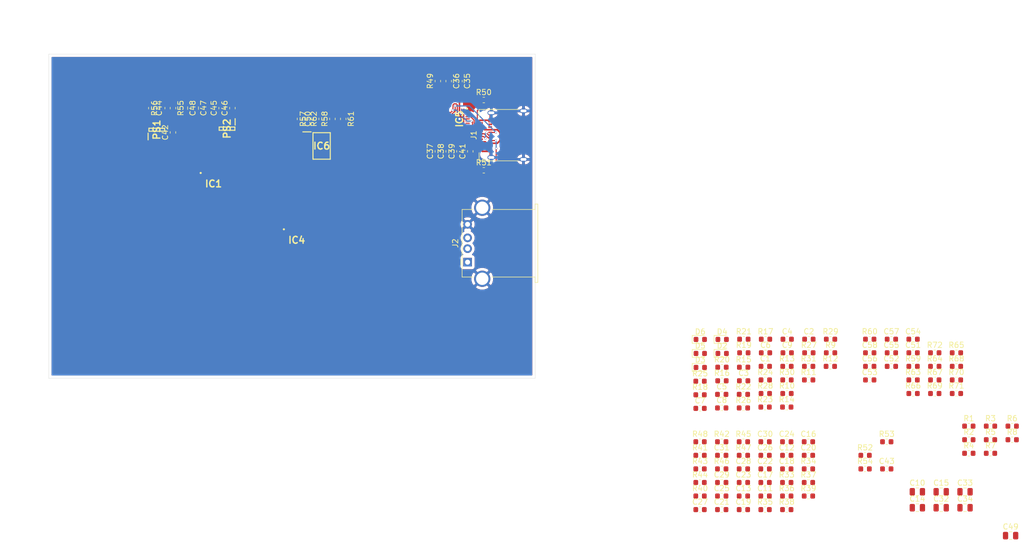
<source format=kicad_pcb>
(kicad_pcb (version 20171130) (host pcbnew "(5.1.4)-1")
  (layers (0 F.Cu signal) (31 B.Cu signal) (34 B.Paste user) (35 F.Paste user) (36 B.SilkS user) (37 F.SilkS user) (38 B.Mask user) (39 F.Mask user) (44 Edge.Cuts user))
  (net 0 "")
  (net 1 "Net-(C1-Pad2)")
  (net 2 -BATT)
  (net 3 "Net-(C2-Pad2)")
  (net 4 "Net-(C3-Pad2)")
  (net 5 "Net-(C4-Pad2)")
  (net 6 "Net-(C5-Pad2)")
  (net 7 "Net-(C5-Pad1)")
  (net 8 "Net-(C6-Pad1)")
  (net 9 CELL4)
  (net 10 "Net-(C7-Pad2)")
  (net 11 +VDC)
  (net 12 "Net-(C9-Pad1)")
  (net 13 GND)
  (net 14 "Net-(C11-Pad1)")
  (net 15 PP_HV)
  (net 16 COMP1)
  (net 17 "Net-(C16-Pad1)")
  (net 18 COMP2)
  (net 19 ACP)
  (net 20 ACN)
  (net 21 "Net-(C20-Pad1)")
  (net 22 "Net-(C21-Pad1)")
  (net 23 "Net-(C22-Pad1)")
  (net 24 "Net-(C23-Pad2)")
  (net 25 "Net-(C24-Pad2)")
  (net 26 "Net-(C25-Pad1)")
  (net 27 TP1)
  (net 28 TP2)
  (net 29 "Net-(C26-Pad1)")
  (net 30 "Net-(C27-Pad2)")
  (net 31 VDDA)
  (net 32 REGN)
  (net 33 "Net-(C35-Pad2)")
  (net 34 PD_LDO_3V3)
  (net 35 VBUS_C)
  (net 36 SYS)
  (net 37 SYS_EN)
  (net 38 SW)
  (net 39 "Net-(C44-Pad2)")
  (net 40 "Net-(C45-Pad1)")
  (net 41 +3V3)
  (net 42 +5V)
  (net 43 "Net-(C46-Pad1)")
  (net 44 "Net-(C50-Pad1)")
  (net 45 CC1)
  (net 46 CC2)
  (net 47 LDO_1V8)
  (net 48 "Net-(D2-Pad2)")
  (net 49 "Net-(D2-Pad1)")
  (net 50 "Net-(D4-Pad2)")
  (net 51 SCL_1)
  (net 52 SDA_1)
  (net 53 IRQ_1)
  (net 54 IRQ_2)
  (net 55 SCL_2)
  (net 56 SDA_2)
  (net 57 PROCHOT)
  (net 58 CHRG_OK)
  (net 59 CELL1)
  (net 60 CELL2)
  (net 61 CELL3)
  (net 62 "Net-(Q1-Pad3)")
  (net 63 "Net-(IC1-Pad31)")
  (net 64 "Net-(Q2-Pad3)")
  (net 65 "Net-(IC1-Pad30)")
  (net 66 "Net-(Q2-Pad1)")
  (net 67 "Net-(Q1-Pad1)")
  (net 68 "Net-(IC1-Pad13)")
  (net 69 "Net-(IC1-Pad12)")
  (net 70 "Net-(IC1-Pad11)")
  (net 71 "Net-(IC1-Pad10)")
  (net 72 "Net-(IC1-Pad26)")
  (net 73 "Net-(IC1-Pad19)")
  (net 74 "Net-(IC1-Pad18)")
  (net 75 DISP)
  (net 76 "Net-(IC1-Pad17)")
  (net 77 "Net-(IC1-Pad28)")
  (net 78 "Net-(Q3-Pad3)")
  (net 79 "Net-(IC1-Pad27)")
  (net 80 "Net-(IC4-Pad6)")
  (net 81 "Net-(IC4-Pad18)")
  (net 82 "Net-(IC4-Pad20)")
  (net 83 "Net-(IC4-Pad19)")
  (net 84 "Net-(IC5-Pad9)")
  (net 85 "Net-(J1-PadA8)")
  (net 86 "Net-(J1-PadB8)")
  (net 87 "Net-(D9-Pad2)")
  (net 88 "Net-(PS1-Pad4)")
  (net 89 "Net-(IC6-Pad3)")
  (net 90 SPI_CSZ)
  (net 91 "Net-(D10-Pad1)")
  (net 92 SW_SIG)
  (net 93 SPI_MOSI)
  (net 94 "Net-(IC6-Pad7)")
  (net 95 "Net-(R63-Pad2)")
  (net 96 "Net-(R64-Pad2)")
  (net 97 "Net-(R65-Pad2)")
  (net 98 SRC_EVT)
  (net 99 "Net-(R66-Pad2)")
  (net 100 "Net-(R67-Pad2)")
  (net 101 EN_OTG)
  (net 102 "Net-(R68-Pad2)")
  (net 103 ADCIN2)
  (net 104 ADCIN1)
  (net 105 "Net-(IC1-Pad15)")
  (net 106 "Net-(D1-Pad1)")
  (net 107 "Net-(IC4-Pad15)")
  (net 108 "Net-(IC4-Pad21)")
  (net 109 TP6)
  (net 110 TP4)
  (net 111 TP3)
  (net 112 TP5)
  (net 113 "Net-(IC5-Pad1)")
  (net 114 "Net-(IC5-Pad2)")
  (net 115 CC1_CONN)
  (net 116 CC2_CONN)
  (net 117 "Net-(IC5-Pad14)")
  (net 118 "Net-(IC5-Pad15)")
  (net 119 "Net-(IC5-Pad16)")
  (net 120 "Net-(IC5-Pad17)")
  (net 121 DP_C)
  (net 122 DN_C)
  (net 123 SPI_MISO)
  (net 124 SPI_CLK)
  (net 125 "Net-(L2-Pad1)")
  (net 126 "Net-(J1-PadA2)")
  (net 127 "Net-(J1-PadA3)")
  (net 128 "Net-(J1-PadA10)")
  (net 129 "Net-(J1-PadA11)")
  (net 130 "Net-(J1-PadB2)")
  (net 131 "Net-(J1-PadB3)")
  (net 132 "Net-(J1-PadB10)")
  (net 133 "Net-(J1-PadB11)")
  (net 134 DP_A)
  (net 135 DN_A)
  (net 136 VBUS_A)
  (net 137 "Net-(C10-Pad1)")
  (module Powerbank:SOIC127P600X175-8N (layer F.Cu) (at 150.5 87)
    (fp_text reference IC6 (at 0 0) (layer F.SilkS) (effects (font (size 1.27 1.27) (thickness 0.254))))
    (fp_text value W25Q80DVSNIG hide)
    (pad 1 smd rect (at -2.712 -1.905 90) (size 0.7 1.525) (layers F.Cu F.Paste F.Mask) (net 90 SPI_CSZ))
    (pad 2 smd rect (at -2.712 -0.635 90) (size 0.7 1.525) (layers F.Cu F.Paste F.Mask) (net 123 SPI_MISO))
    (pad 3 smd rect (at -2.712 0.635 90) (size 0.7 1.525) (layers F.Cu F.Paste F.Mask) (net 89 "Net-(IC6-Pad3)"))
    (pad 4 smd rect (at -2.712 1.905 90) (size 0.7 1.525) (layers F.Cu F.Paste F.Mask) (net 13 GND))
    (pad 5 smd rect (at 2.712 1.905 90) (size 0.7 1.525) (layers F.Cu F.Paste F.Mask) (net 93 SPI_MOSI))
    (pad 6 smd rect (at 2.712 0.635 90) (size 0.7 1.525) (layers F.Cu F.Paste F.Mask) (net 124 SPI_CLK))
    (pad 7 smd rect (at 2.712 -0.635 90) (size 0.7 1.525) (layers F.Cu F.Paste F.Mask) (net 94 "Net-(IC6-Pad7)"))
    (pad 8 smd rect (at 2.712 -1.905 90) (size 0.7 1.525) (layers F.Cu F.Paste F.Mask) (net 34 PD_LDO_3V3))
  )
  (module Connector_USB:USB_C_Receptacle_Amphenol_12401610E4-2A (layer F.Cu) (at 185 85 90)
    (fp_text reference J1 (at 0 -6.36 90) (layer F.SilkS))
    (fp_text value USB_C_Receptacle)
    (pad S1 thru_hole oval (at -4.13 -3.11 90) (size 0.8 1.4) (drill oval 0.5 1.1) (layers *.Cu *.Mask) (net 13 GND))
    (pad A1 smd rect (at -2.75 -5.02 90) (size 0.3 0.7) (layers F.Cu F.Paste F.Mask) (net 13 GND))
    (pad A2 smd rect (at -2.25 -5.02 90) (size 0.3 0.7) (layers F.Cu F.Paste F.Mask) (net 126 "Net-(J1-PadA2)"))
    (pad A3 smd rect (at -1.75 -5.02 90) (size 0.3 0.7) (layers F.Cu F.Paste F.Mask) (net 127 "Net-(J1-PadA3)"))
    (pad A4 smd rect (at -1.25 -5.02 90) (size 0.3 0.7) (layers F.Cu F.Paste F.Mask) (net 35 VBUS_C))
    (pad A5 smd rect (at -0.75 -5.02 90) (size 0.3 0.7) (layers F.Cu F.Paste F.Mask) (net 115 CC1_CONN))
    (pad A6 smd rect (at -0.25 -5.02 90) (size 0.3 0.7) (layers F.Cu F.Paste F.Mask) (net 121 DP_C))
    (pad A7 smd rect (at 0.25 -5.02 90) (size 0.3 0.7) (layers F.Cu F.Paste F.Mask) (net 122 DN_C))
    (pad A12 smd rect (at 2.75 -5.02 90) (size 0.3 0.7) (layers F.Cu F.Paste F.Mask) (net 13 GND))
    (pad A10 smd rect (at 1.75 -5.02 90) (size 0.3 0.7) (layers F.Cu F.Paste F.Mask) (net 128 "Net-(J1-PadA10)"))
    (pad A9 smd rect (at 1.25 -5.02 90) (size 0.3 0.7) (layers F.Cu F.Paste F.Mask) (net 35 VBUS_C))
    (pad A8 smd rect (at 0.75 -5.02 90) (size 0.3 0.7) (layers F.Cu F.Paste F.Mask) (net 85 "Net-(J1-PadA8)"))
    (pad A11 smd rect (at 2.25 -5.02 90) (size 0.3 0.7) (layers F.Cu F.Paste F.Mask) (net 129 "Net-(J1-PadA11)"))
    (pad B1 smd rect (at 2.5 -3.32 90) (size 0.3 0.7) (layers F.Cu F.Paste F.Mask) (net 13 GND))
    (pad S1 thru_hole oval (at 4.13 -3.11 90) (size 0.8 1.4) (drill oval 0.5 1.1) (layers *.Cu *.Mask) (net 13 GND))
    (pad S1 thru_hole oval (at 4.49 2.84 90) (size 0.8 1.4) (drill oval 0.5 1.1) (layers *.Cu *.Mask) (net 13 GND))
    (pad S1 thru_hole oval (at -4.49 2.84 90) (size 0.8 1.4) (drill oval 0.5 1.1) (layers *.Cu *.Mask) (net 13 GND))
    (pad "" np_thru_hole oval (at 3.6 -4.36 90) (size 0.95 0.65) (drill oval 0.95 0.65) (layers *.Cu *.Mask))
    (pad "" np_thru_hole circle (at -3.6 -4.36 90) (size 0.65 0.65) (drill 0.65) (layers *.Cu *.Mask))
    (pad B2 smd rect (at 2 -3.32 90) (size 0.3 0.7) (layers F.Cu F.Paste F.Mask) (net 130 "Net-(J1-PadB2)"))
    (pad B3 smd rect (at 1.5 -3.32 90) (size 0.3 0.7) (layers F.Cu F.Paste F.Mask) (net 131 "Net-(J1-PadB3)"))
    (pad B4 smd rect (at 1 -3.32 90) (size 0.3 0.7) (layers F.Cu F.Paste F.Mask) (net 35 VBUS_C))
    (pad B5 smd rect (at 0.5 -3.32 90) (size 0.3 0.7) (layers F.Cu F.Paste F.Mask) (net 116 CC2_CONN))
    (pad B6 smd rect (at 0 -3.32 90) (size 0.3 0.7) (layers F.Cu F.Paste F.Mask) (net 121 DP_C))
    (pad B7 smd rect (at -0.5 -3.32 90) (size 0.3 0.7) (layers F.Cu F.Paste F.Mask) (net 122 DN_C))
    (pad B8 smd rect (at -1 -3.32 90) (size 0.3 0.7) (layers F.Cu F.Paste F.Mask) (net 86 "Net-(J1-PadB8)"))
    (pad B9 smd rect (at -1.5 -3.32 90) (size 0.3 0.7) (layers F.Cu F.Paste F.Mask) (net 35 VBUS_C))
    (pad B10 smd rect (at -2 -3.32 90) (size 0.3 0.7) (layers F.Cu F.Paste F.Mask) (net 132 "Net-(J1-PadB10)"))
    (pad B11 smd rect (at -2.5 -3.32 90) (size 0.3 0.7) (layers F.Cu F.Paste F.Mask) (net 133 "Net-(J1-PadB11)"))
    (pad B12 smd rect (at -3 -3.32 90) (size 0.3 0.7) (layers F.Cu F.Paste F.Mask) (net 13 GND))
  )
  (module Capacitor_SMD:C_0603_1608Metric (layer F.Cu) (at 232.575001 127.775001)
    (fp_text reference C1 (at 0 -1.43) (layer F.SilkS))
    (fp_text value 0.1µF)
    (pad 2 smd roundrect (at 0.7875 0) (size 0.875 0.95) (layers F.Cu F.Paste F.Mask) (net 1 "Net-(C1-Pad2)"))
    (pad 1 smd roundrect (at -0.7875 0) (size 0.875 0.95) (layers F.Cu F.Paste F.Mask) (net 2 -BATT))
  )
  (module Capacitor_SMD:C_0603_1608Metric (layer F.Cu) (at 240.635001 122.755001)
    (fp_text reference C2 (at 0 -1.43) (layer F.SilkS))
    (fp_text value 0.1µF)
    (pad 2 smd roundrect (at 0.7875 0) (size 0.875 0.95) (layers F.Cu F.Paste F.Mask) (net 3 "Net-(C2-Pad2)"))
    (pad 1 smd roundrect (at -0.7875 0) (size 0.875 0.95) (layers F.Cu F.Paste F.Mask) (net 2 -BATT))
  )
  (module Capacitor_SMD:C_0603_1608Metric (layer F.Cu) (at 228.565001 130.445001)
    (fp_text reference C3 (at 0 -1.43) (layer F.SilkS))
    (fp_text value 0.1µF)
    (pad 1 smd roundrect (at -0.7875 0) (size 0.875 0.95) (layers F.Cu F.Paste F.Mask) (net 2 -BATT))
    (pad 2 smd roundrect (at 0.7875 0) (size 0.875 0.95) (layers F.Cu F.Paste F.Mask) (net 4 "Net-(C3-Pad2)"))
  )
  (module Capacitor_SMD:C_0603_1608Metric (layer F.Cu) (at 236.625001 122.755001)
    (fp_text reference C4 (at 0 -1.43) (layer F.SilkS))
    (fp_text value 0.1µF)
    (pad 1 smd roundrect (at -0.7875 0) (size 0.875 0.95) (layers F.Cu F.Paste F.Mask) (net 2 -BATT))
    (pad 2 smd roundrect (at 0.7875 0) (size 0.875 0.95) (layers F.Cu F.Paste F.Mask) (net 5 "Net-(C4-Pad2)"))
  )
  (module Capacitor_SMD:C_0603_1608Metric (layer F.Cu) (at 224.515001 132.955001)
    (fp_text reference C5 (at 0 -1.43) (layer F.SilkS))
    (fp_text value 0.1µF)
    (pad 2 smd roundrect (at 0.7875 0) (size 0.875 0.95) (layers F.Cu F.Paste F.Mask) (net 6 "Net-(C5-Pad2)"))
    (pad 1 smd roundrect (at -0.7875 0) (size 0.875 0.95) (layers F.Cu F.Paste F.Mask) (net 7 "Net-(C5-Pad1)"))
  )
  (module Capacitor_SMD:C_0603_1608Metric (layer F.Cu) (at 232.615001 125.265001)
    (fp_text reference C6 (at 0 -1.43) (layer F.SilkS))
    (fp_text value 2.2µF)
    (pad 1 smd roundrect (at -0.7875 0) (size 0.875 0.95) (layers F.Cu F.Paste F.Mask) (net 8 "Net-(C6-Pad1)"))
    (pad 2 smd roundrect (at 0.7875 0) (size 0.875 0.95) (layers F.Cu F.Paste F.Mask) (net 2 -BATT))
  )
  (module Capacitor_SMD:C_0603_1608Metric (layer F.Cu) (at 220.505001 135.545001)
    (fp_text reference C7 (at 0 -1.43) (layer F.SilkS))
    (fp_text value 0.1µF)
    (pad 1 smd roundrect (at -0.7875 0) (size 0.875 0.95) (layers F.Cu F.Paste F.Mask) (net 9 CELL4))
    (pad 2 smd roundrect (at 0.7875 0) (size 0.875 0.95) (layers F.Cu F.Paste F.Mask) (net 10 "Net-(C7-Pad2)"))
  )
  (module Capacitor_SMD:C_0603_1608Metric (layer F.Cu) (at 224.515001 135.465001)
    (fp_text reference C8 (at 0 -1.43) (layer F.SilkS))
    (fp_text value 0.22µF)
    (pad 2 smd roundrect (at 0.7875 0) (size 0.875 0.95) (layers F.Cu F.Paste F.Mask) (net 11 +VDC))
    (pad 1 smd roundrect (at -0.7875 0) (size 0.875 0.95) (layers F.Cu F.Paste F.Mask) (net 10 "Net-(C7-Pad2)"))
  )
  (module Capacitor_SMD:C_0603_1608Metric (layer F.Cu) (at 236.625001 125.265001)
    (fp_text reference C9 (at 0 -1.43) (layer F.SilkS))
    (fp_text value 0.1µF)
    (pad 1 smd roundrect (at -0.7875 0) (size 0.875 0.95) (layers F.Cu F.Paste F.Mask) (net 12 "Net-(C9-Pad1)"))
    (pad 2 smd roundrect (at 0.7875 0) (size 0.875 0.95) (layers F.Cu F.Paste F.Mask) (net 9 CELL4))
  )
  (module Capacitor_SMD:C_0603_1608Metric (layer F.Cu) (at 232.535001 151.765001)
    (fp_text reference C11 (at 0 -1.43) (layer F.SilkS))
    (fp_text value 1800pF)
    (pad 2 smd roundrect (at 0.7875 0) (size 0.875 0.95) (layers F.Cu F.Paste F.Mask) (net 13 GND))
    (pad 1 smd roundrect (at -0.7875 0) (size 0.875 0.95) (layers F.Cu F.Paste F.Mask) (net 14 "Net-(C11-Pad1)"))
  )
  (module Capacitor_SMD:C_0603_1608Metric (layer F.Cu) (at 236.545001 144.235001)
    (fp_text reference C12 (at 0 -1.43) (layer F.SilkS))
    (fp_text value 22µF)
    (pad 2 smd roundrect (at 0.7875 0) (size 0.875 0.95) (layers F.Cu F.Paste F.Mask) (net 15 PP_HV))
    (pad 1 smd roundrect (at -0.7875 0) (size 0.875 0.95) (layers F.Cu F.Paste F.Mask) (net 13 GND))
  )
  (module Capacitor_SMD:C_0603_1608Metric (layer F.Cu) (at 228.525001 151.765001)
    (fp_text reference C13 (at 0 -1.43) (layer F.SilkS))
    (fp_text value 33pF)
    (pad 2 smd roundrect (at 0.7875 0) (size 0.875 0.95) (layers F.Cu F.Paste F.Mask) (net 13 GND))
    (pad 1 smd roundrect (at -0.7875 0) (size 0.875 0.95) (layers F.Cu F.Paste F.Mask) (net 16 COMP1))
  )
  (module Capacitor_SMD:C_0603_1608Metric (layer F.Cu) (at 240.555001 141.725001)
    (fp_text reference C16 (at 0 -1.43) (layer F.SilkS))
    (fp_text value 680pF)
    (pad 1 smd roundrect (at -0.7875 0) (size 0.875 0.95) (layers F.Cu F.Paste F.Mask) (net 17 "Net-(C16-Pad1)"))
    (pad 2 smd roundrect (at 0.7875 0) (size 0.875 0.95) (layers F.Cu F.Paste F.Mask) (net 13 GND))
  )
  (module Capacitor_SMD:C_0603_1608Metric (layer F.Cu) (at 232.535001 149.255001)
    (fp_text reference C17 (at 0 -1.43) (layer F.SilkS))
    (fp_text value 15pF)
    (pad 1 smd roundrect (at -0.7875 0) (size 0.875 0.95) (layers F.Cu F.Paste F.Mask) (net 18 COMP2))
    (pad 2 smd roundrect (at 0.7875 0) (size 0.875 0.95) (layers F.Cu F.Paste F.Mask) (net 13 GND))
  )
  (module Capacitor_SMD:C_0603_1608Metric (layer F.Cu) (at 236.545001 146.745001)
    (fp_text reference C18 (at 0 -1.43) (layer F.SilkS))
    (fp_text value 0.033µF)
    (pad 1 smd roundrect (at -0.7875 0) (size 0.875 0.95) (layers F.Cu F.Paste F.Mask) (net 19 ACP))
    (pad 2 smd roundrect (at 0.7875 0) (size 0.875 0.95) (layers F.Cu F.Paste F.Mask) (net 13 GND))
  )
  (module Capacitor_SMD:C_0603_1608Metric (layer F.Cu) (at 228.525001 154.275001)
    (fp_text reference C19 (at 0 -1.43) (layer F.SilkS))
    (fp_text value 0.033µF)
    (pad 2 smd roundrect (at 0.7875 0) (size 0.875 0.95) (layers F.Cu F.Paste F.Mask) (net 13 GND))
    (pad 1 smd roundrect (at -0.7875 0) (size 0.875 0.95) (layers F.Cu F.Paste F.Mask) (net 20 ACN))
  )
  (module Capacitor_SMD:C_0603_1608Metric (layer F.Cu) (at 240.555001 144.235001)
    (fp_text reference C20 (at 0 -1.43) (layer F.SilkS))
    (fp_text value 0.01µF)
    (pad 1 smd roundrect (at -0.7875 0) (size 0.875 0.95) (layers F.Cu F.Paste F.Mask) (net 21 "Net-(C20-Pad1)"))
    (pad 2 smd roundrect (at 0.7875 0) (size 0.875 0.95) (layers F.Cu F.Paste F.Mask) (net 13 GND))
  )
  (module Capacitor_SMD:C_0603_1608Metric (layer F.Cu) (at 224.515001 154.275001)
    (fp_text reference C21 (at 0 -1.43) (layer F.SilkS))
    (fp_text value 0.47µF)
    (pad 2 smd roundrect (at 0.7875 0) (size 0.875 0.95) (layers F.Cu F.Paste F.Mask) (net 13 GND))
    (pad 1 smd roundrect (at -0.7875 0) (size 0.875 0.95) (layers F.Cu F.Paste F.Mask) (net 22 "Net-(C21-Pad1)"))
  )
  (module Capacitor_SMD:C_0603_1608Metric (layer F.Cu) (at 232.535001 146.745001)
    (fp_text reference C22 (at 0 -1.43) (layer F.SilkS))
    (fp_text value 100pF)
    (pad 2 smd roundrect (at 0.7875 0) (size 0.875 0.95) (layers F.Cu F.Paste F.Mask) (net 13 GND))
    (pad 1 smd roundrect (at -0.7875 0) (size 0.875 0.95) (layers F.Cu F.Paste F.Mask) (net 23 "Net-(C22-Pad1)"))
  )
  (module Capacitor_SMD:C_0603_1608Metric (layer F.Cu) (at 228.525001 149.255001)
    (fp_text reference C23 (at 0 -1.43) (layer F.SilkS))
    (fp_text value 100pF)
    (pad 2 smd roundrect (at 0.7875 0) (size 0.875 0.95) (layers F.Cu F.Paste F.Mask) (net 24 "Net-(C23-Pad2)"))
    (pad 1 smd roundrect (at -0.7875 0) (size 0.875 0.95) (layers F.Cu F.Paste F.Mask) (net 13 GND))
  )
  (module Capacitor_SMD:C_0603_1608Metric (layer F.Cu) (at 236.545001 141.725001)
    (fp_text reference C24 (at 0 -1.43) (layer F.SilkS))
    (fp_text value 100pF)
    (pad 1 smd roundrect (at -0.7875 0) (size 0.875 0.95) (layers F.Cu F.Paste F.Mask) (net 13 GND))
    (pad 2 smd roundrect (at 0.7875 0) (size 0.875 0.95) (layers F.Cu F.Paste F.Mask) (net 25 "Net-(C24-Pad2)"))
  )
  (module Capacitor_SMD:C_0603_1608Metric (layer F.Cu) (at 224.515001 151.765001)
    (fp_text reference C25 (at 0 -1.43) (layer F.SilkS))
    (fp_text value 0.047µF)
    (pad 1 smd roundrect (at -0.7875 0) (size 0.875 0.95) (layers F.Cu F.Paste F.Mask) (net 26 "Net-(C25-Pad1)"))
    (pad 2 smd roundrect (at 0.7875 0) (size 0.875 0.95) (layers F.Cu F.Paste F.Mask) (net 27 TP1))
  )
  (module Capacitor_SMD:C_0603_1608Metric (layer F.Cu) (at 232.535001 144.235001)
    (fp_text reference C26 (at 0 -1.43) (layer F.SilkS))
    (fp_text value 0.047µF)
    (pad 2 smd roundrect (at 0.7875 0) (size 0.875 0.95) (layers F.Cu F.Paste F.Mask) (net 28 TP2))
    (pad 1 smd roundrect (at -0.7875 0) (size 0.875 0.95) (layers F.Cu F.Paste F.Mask) (net 29 "Net-(C26-Pad1)"))
  )
  (module Capacitor_SMD:C_0603_1608Metric (layer F.Cu) (at 220.505001 154.275001)
    (fp_text reference C27 (at 0 -1.43) (layer F.SilkS))
    (fp_text value 1µF)
    (pad 2 smd roundrect (at 0.7875 0) (size 0.875 0.95) (layers F.Cu F.Paste F.Mask) (net 30 "Net-(C27-Pad2)"))
    (pad 1 smd roundrect (at -0.7875 0) (size 0.875 0.95) (layers F.Cu F.Paste F.Mask) (net 13 GND))
  )
  (module Capacitor_SMD:C_0603_1608Metric (layer F.Cu) (at 228.525001 146.745001)
    (fp_text reference C28 (at 0 -1.43) (layer F.SilkS))
    (fp_text value 0.1µF)
    (pad 1 smd roundrect (at -0.7875 0) (size 0.875 0.95) (layers F.Cu F.Paste F.Mask) (net 11 +VDC))
    (pad 2 smd roundrect (at 0.7875 0) (size 0.875 0.95) (layers F.Cu F.Paste F.Mask) (net 30 "Net-(C27-Pad2)"))
  )
  (module Capacitor_SMD:C_0603_1608Metric (layer F.Cu) (at 224.515001 149.255001)
    (fp_text reference C29 (at 0 -1.43) (layer F.SilkS))
    (fp_text value 1µF)
    (pad 1 smd roundrect (at -0.7875 0) (size 0.875 0.95) (layers F.Cu F.Paste F.Mask) (net 13 GND))
    (pad 2 smd roundrect (at 0.7875 0) (size 0.875 0.95) (layers F.Cu F.Paste F.Mask) (net 31 VDDA))
  )
  (module Capacitor_SMD:C_0603_1608Metric (layer F.Cu) (at 232.535001 141.725001)
    (fp_text reference C30 (at 0 -1.43) (layer F.SilkS))
    (fp_text value 10µF)
    (pad 2 smd roundrect (at 0.7875 0) (size 0.875 0.95) (layers F.Cu F.Paste F.Mask) (net 11 +VDC))
    (pad 1 smd roundrect (at -0.7875 0) (size 0.875 0.95) (layers F.Cu F.Paste F.Mask) (net 13 GND))
  )
  (module Capacitor_SMD:C_0603_1608Metric (layer F.Cu) (at 224.515001 144.235001)
    (fp_text reference C31 (at 0 -1.43) (layer F.SilkS))
    (fp_text value 2.2µF)
    (pad 2 smd roundrect (at 0.7875 0) (size 0.875 0.95) (layers F.Cu F.Paste F.Mask) (net 32 REGN))
    (pad 1 smd roundrect (at -0.7875 0) (size 0.875 0.95) (layers F.Cu F.Paste F.Mask) (net 13 GND))
  )
  (module Capacitor_SMD:C_0603_1608Metric (layer F.Cu) (at 176 75 270)
    (fp_text reference C35 (at 0 -1.43 90) (layer F.SilkS))
    (fp_text value 0.1µF)
    (pad 2 smd roundrect (at 0.7875 0 270) (size 0.875 0.95) (layers F.Cu F.Paste F.Mask) (net 33 "Net-(C35-Pad2)"))
    (pad 1 smd roundrect (at -0.7875 0 270) (size 0.875 0.95) (layers F.Cu F.Paste F.Mask) (net 13 GND))
  )
  (module Capacitor_SMD:C_0603_1608Metric (layer F.Cu) (at 174 75 270)
    (fp_text reference C36 (at 0 -1.43 90) (layer F.SilkS))
    (fp_text value 1µF)
    (pad 1 smd roundrect (at -0.7875 0 270) (size 0.875 0.95) (layers F.Cu F.Paste F.Mask) (net 13 GND))
    (pad 2 smd roundrect (at 0.7875 0 270) (size 0.875 0.95) (layers F.Cu F.Paste F.Mask) (net 34 PD_LDO_3V3))
  )
  (module Capacitor_SMD:C_0603_1608Metric (layer F.Cu) (at 172 88 90)
    (fp_text reference C37 (at 0 -1.43 90) (layer F.SilkS))
    (fp_text value 0.01µF)
    (pad 2 smd roundrect (at 0.7875 0 90) (size 0.875 0.95) (layers F.Cu F.Paste F.Mask) (net 35 VBUS_C))
    (pad 1 smd roundrect (at -0.7875 0 90) (size 0.875 0.95) (layers F.Cu F.Paste F.Mask) (net 13 GND))
  )
  (module Capacitor_SMD:C_0603_1608Metric (layer F.Cu) (at 174 88 90)
    (fp_text reference C38 (at 0 -1.43 90) (layer F.SilkS))
    (fp_text value 0.01µF)
    (pad 1 smd roundrect (at -0.7875 0 90) (size 0.875 0.95) (layers F.Cu F.Paste F.Mask) (net 13 GND))
    (pad 2 smd roundrect (at 0.7875 0 90) (size 0.875 0.95) (layers F.Cu F.Paste F.Mask) (net 35 VBUS_C))
  )
  (module Capacitor_SMD:C_0603_1608Metric (layer F.Cu) (at 176 88 90)
    (fp_text reference C39 (at 0 -1.43 90) (layer F.SilkS))
    (fp_text value 0.01µF)
    (pad 2 smd roundrect (at 0.7875 0 90) (size 0.875 0.95) (layers F.Cu F.Paste F.Mask) (net 35 VBUS_C))
    (pad 1 smd roundrect (at -0.7875 0 90) (size 0.875 0.95) (layers F.Cu F.Paste F.Mask) (net 13 GND))
  )
  (module Capacitor_SMD:C_0603_1608Metric (layer F.Cu) (at 178 88 90)
    (fp_text reference C41 (at 0 -1.43 90) (layer F.SilkS))
    (fp_text value 0.01µF)
    (pad 1 smd roundrect (at -0.7875 0 90) (size 0.875 0.95) (layers F.Cu F.Paste F.Mask) (net 13 GND))
    (pad 2 smd roundrect (at 0.7875 0 90) (size 0.875 0.95) (layers F.Cu F.Paste F.Mask) (net 35 VBUS_C))
  )
  (module Capacitor_SMD:C_0603_1608Metric (layer F.Cu) (at 123 84.5 90)
    (fp_text reference C42 (at 0 -1.43 90) (layer F.SilkS))
    (fp_text value 10µF)
    (pad 2 smd roundrect (at 0.7875 0 90) (size 0.875 0.95) (layers F.Cu F.Paste F.Mask) (net 13 GND))
    (pad 1 smd roundrect (at -0.7875 0 90) (size 0.875 0.95) (layers F.Cu F.Paste F.Mask) (net 36 SYS))
  )
  (module Capacitor_SMD:C_0603_1608Metric (layer F.Cu) (at 255.045001 146.745001)
    (fp_text reference C43 (at 0 -1.43) (layer F.SilkS))
    (fp_text value 10µF)
    (pad 1 smd roundrect (at -0.7875 0) (size 0.875 0.95) (layers F.Cu F.Paste F.Mask) (net 13 GND))
    (pad 2 smd roundrect (at 0.7875 0) (size 0.875 0.95) (layers F.Cu F.Paste F.Mask) (net 37 SYS_EN))
  )
  (module Capacitor_SMD:C_0603_1608Metric (layer F.Cu) (at 119 80 270)
    (fp_text reference C44 (at 0 -1.43 90) (layer F.SilkS))
    (fp_text value 0.1µF)
    (pad 1 smd roundrect (at -0.7875 0 270) (size 0.875 0.95) (layers F.Cu F.Paste F.Mask) (net 38 SW))
    (pad 2 smd roundrect (at 0.7875 0 270) (size 0.875 0.95) (layers F.Cu F.Paste F.Mask) (net 39 "Net-(C44-Pad2)"))
  )
  (module Capacitor_SMD:C_0603_1608Metric (layer F.Cu) (at 132 80 90)
    (fp_text reference C45 (at 0 -1.43 90) (layer F.SilkS))
    (fp_text value 1µF)
    (pad 1 smd roundrect (at -0.7875 0 90) (size 0.875 0.95) (layers F.Cu F.Paste F.Mask) (net 40 "Net-(C45-Pad1)"))
    (pad 2 smd roundrect (at 0.7875 0 90) (size 0.875 0.95) (layers F.Cu F.Paste F.Mask) (net 41 +3V3))
  )
  (module Capacitor_SMD:C_0603_1608Metric (layer F.Cu) (at 134 80 90)
    (fp_text reference C46 (at 0 -1.43 90) (layer F.SilkS))
    (fp_text value 0.1µF)
    (pad 2 smd roundrect (at 0.7875 0 90) (size 0.875 0.95) (layers F.Cu F.Paste F.Mask) (net 42 +5V))
    (pad 1 smd roundrect (at -0.7875 0 90) (size 0.875 0.95) (layers F.Cu F.Paste F.Mask) (net 43 "Net-(C46-Pad1)"))
  )
  (module Capacitor_SMD:C_0603_1608Metric (layer F.Cu) (at 146.5 82 270)
    (fp_text reference C50 (at 0 -1.43 90) (layer F.SilkS))
    (fp_text value 0.1µF)
    (pad 1 smd roundrect (at -0.7875 0 270) (size 0.875 0.95) (layers F.Cu F.Paste F.Mask) (net 44 "Net-(C50-Pad1)"))
    (pad 2 smd roundrect (at 0.7875 0 270) (size 0.875 0.95) (layers F.Cu F.Paste F.Mask) (net 13 GND))
  )
  (module Capacitor_SMD:C_0603_1608Metric (layer F.Cu) (at 259.915001 125.265001)
    (fp_text reference C51 (at 0 -1.43) (layer F.SilkS))
    (fp_text value 10µF)
    (pad 1 smd roundrect (at -0.7875 0) (size 0.875 0.95) (layers F.Cu F.Paste F.Mask) (net 42 +5V))
    (pad 2 smd roundrect (at 0.7875 0) (size 0.875 0.95) (layers F.Cu F.Paste F.Mask) (net 13 GND))
  )
  (module Capacitor_SMD:C_0603_1608Metric (layer F.Cu) (at 255.905001 127.775001)
    (fp_text reference C52 (at 0 -1.43) (layer F.SilkS))
    (fp_text value 10µF)
    (pad 1 smd roundrect (at -0.7875 0) (size 0.875 0.95) (layers F.Cu F.Paste F.Mask) (net 15 PP_HV))
    (pad 2 smd roundrect (at 0.7875 0) (size 0.875 0.95) (layers F.Cu F.Paste F.Mask) (net 13 GND))
  )
  (module Capacitor_SMD:C_0603_1608Metric (layer F.Cu) (at 251.895001 130.285001)
    (fp_text reference C53 (at 0 -1.43) (layer F.SilkS))
    (fp_text value 10µF)
    (pad 2 smd roundrect (at 0.7875 0) (size 0.875 0.95) (layers F.Cu F.Paste F.Mask) (net 13 GND))
    (pad 1 smd roundrect (at -0.7875 0) (size 0.875 0.95) (layers F.Cu F.Paste F.Mask) (net 41 +3V3))
  )
  (module Capacitor_SMD:C_0603_1608Metric (layer F.Cu) (at 259.915001 122.755001)
    (fp_text reference C54 (at 0 -1.43) (layer F.SilkS))
    (fp_text value 1µF)
    (pad 2 smd roundrect (at 0.7875 0) (size 0.875 0.95) (layers F.Cu F.Paste F.Mask) (net 13 GND))
    (pad 1 smd roundrect (at -0.7875 0) (size 0.875 0.95) (layers F.Cu F.Paste F.Mask) (net 35 VBUS_C))
  )
  (module Capacitor_SMD:C_0603_1608Metric (layer F.Cu) (at 255.905001 125.265001)
    (fp_text reference C55 (at 0 -1.43) (layer F.SilkS))
    (fp_text value 330pF)
    (pad 1 smd roundrect (at -0.7875 0) (size 0.875 0.95) (layers F.Cu F.Paste F.Mask) (net 45 CC1))
    (pad 2 smd roundrect (at 0.7875 0) (size 0.875 0.95) (layers F.Cu F.Paste F.Mask) (net 13 GND))
  )
  (module Capacitor_SMD:C_0603_1608Metric (layer F.Cu) (at 251.895001 127.775001)
    (fp_text reference C56 (at 0 -1.43) (layer F.SilkS))
    (fp_text value 330pF)
    (pad 2 smd roundrect (at 0.7875 0) (size 0.875 0.95) (layers F.Cu F.Paste F.Mask) (net 13 GND))
    (pad 1 smd roundrect (at -0.7875 0) (size 0.875 0.95) (layers F.Cu F.Paste F.Mask) (net 46 CC2))
  )
  (module Capacitor_SMD:C_0603_1608Metric (layer F.Cu) (at 255.905001 122.755001)
    (fp_text reference C57 (at 0 -1.43) (layer F.SilkS))
    (fp_text value 10µF)
    (pad 1 smd roundrect (at -0.7875 0) (size 0.875 0.95) (layers F.Cu F.Paste F.Mask) (net 34 PD_LDO_3V3))
    (pad 2 smd roundrect (at 0.7875 0) (size 0.875 0.95) (layers F.Cu F.Paste F.Mask) (net 13 GND))
  )
  (module Capacitor_SMD:C_0603_1608Metric (layer F.Cu) (at 251.895001 125.265001)
    (fp_text reference C58 (at 0 -1.43) (layer F.SilkS))
    (fp_text value 4.7µF)
    (pad 2 smd roundrect (at 0.7875 0) (size 0.875 0.95) (layers F.Cu F.Paste F.Mask) (net 13 GND))
    (pad 1 smd roundrect (at -0.7875 0) (size 0.875 0.95) (layers F.Cu F.Paste F.Mask) (net 47 LDO_1V8))
  )
  (module LED_SMD:LED_0603_1608Metric (layer F.Cu) (at 224.595001 125.385001)
    (fp_text reference D2 (at 0 -1.43) (layer F.SilkS))
    (fp_text value LED)
    (pad 2 smd roundrect (at 0.7875 0) (size 0.875 0.95) (layers F.Cu F.Paste F.Mask) (net 48 "Net-(D2-Pad2)"))
    (pad 1 smd roundrect (at -0.7875 0) (size 0.875 0.95) (layers F.Cu F.Paste F.Mask) (net 49 "Net-(D2-Pad1)"))
  )
  (module LED_SMD:LED_0603_1608Metric (layer F.Cu) (at 220.545001 127.975001)
    (fp_text reference D3 (at 0 -1.43) (layer F.SilkS))
    (fp_text value LED)
    (pad 2 smd roundrect (at 0.7875 0) (size 0.875 0.95) (layers F.Cu F.Paste F.Mask) (net 49 "Net-(D2-Pad1)"))
    (pad 1 smd roundrect (at -0.7875 0) (size 0.875 0.95) (layers F.Cu F.Paste F.Mask) (net 48 "Net-(D2-Pad2)"))
  )
  (module LED_SMD:LED_0603_1608Metric (layer F.Cu) (at 224.595001 122.795001)
    (fp_text reference D4 (at 0 -1.43) (layer F.SilkS))
    (fp_text value LED)
    (pad 1 smd roundrect (at -0.7875 0) (size 0.875 0.95) (layers F.Cu F.Paste F.Mask) (net 48 "Net-(D2-Pad2)"))
    (pad 2 smd roundrect (at 0.7875 0) (size 0.875 0.95) (layers F.Cu F.Paste F.Mask) (net 50 "Net-(D4-Pad2)"))
  )
  (module LED_SMD:LED_0603_1608Metric (layer F.Cu) (at 220.545001 125.385001)
    (fp_text reference D5 (at 0 -1.43) (layer F.SilkS))
    (fp_text value LED)
    (pad 1 smd roundrect (at -0.7875 0) (size 0.875 0.95) (layers F.Cu F.Paste F.Mask) (net 50 "Net-(D4-Pad2)"))
    (pad 2 smd roundrect (at 0.7875 0) (size 0.875 0.95) (layers F.Cu F.Paste F.Mask) (net 49 "Net-(D2-Pad1)"))
  )
  (module LED_SMD:LED_0603_1608Metric (layer F.Cu) (at 220.545001 122.795001)
    (fp_text reference D6 (at 0 -1.43) (layer F.SilkS))
    (fp_text value LED)
    (pad 1 smd roundrect (at -0.7875 0) (size 0.875 0.95) (layers F.Cu F.Paste F.Mask) (net 49 "Net-(D2-Pad1)"))
    (pad 2 smd roundrect (at 0.7875 0) (size 0.875 0.95) (layers F.Cu F.Paste F.Mask) (net 50 "Net-(D4-Pad2)"))
  )
  (module Resistor_SMD:R_0603_1608Metric (layer F.Cu) (at 270.225001 138.835001)
    (fp_text reference R1 (at 0 -1.43) (layer F.SilkS))
    (fp_text value 3.83k)
    (pad 1 smd roundrect (at -0.7875 0) (size 0.875 0.95) (layers F.Cu F.Paste F.Mask) (net 34 PD_LDO_3V3))
    (pad 2 smd roundrect (at 0.7875 0) (size 0.875 0.95) (layers F.Cu F.Paste F.Mask) (net 51 SCL_1))
  )
  (module Resistor_SMD:R_0603_1608Metric (layer F.Cu) (at 270.225001 141.345001)
    (fp_text reference R2 (at 0 -1.43) (layer F.SilkS))
    (fp_text value 3.83k)
    (pad 2 smd roundrect (at 0.7875 0) (size 0.875 0.95) (layers F.Cu F.Paste F.Mask) (net 52 SDA_1))
    (pad 1 smd roundrect (at -0.7875 0) (size 0.875 0.95) (layers F.Cu F.Paste F.Mask) (net 34 PD_LDO_3V3))
  )
  (module Resistor_SMD:R_0603_1608Metric (layer F.Cu) (at 274.235001 138.835001)
    (fp_text reference R3 (at 0 -1.43) (layer F.SilkS))
    (fp_text value 10k)
    (pad 1 smd roundrect (at -0.7875 0) (size 0.875 0.95) (layers F.Cu F.Paste F.Mask) (net 34 PD_LDO_3V3))
    (pad 2 smd roundrect (at 0.7875 0) (size 0.875 0.95) (layers F.Cu F.Paste F.Mask) (net 53 IRQ_1))
  )
  (module Resistor_SMD:R_0603_1608Metric (layer F.Cu) (at 270.225001 143.855001)
    (fp_text reference R4 (at 0 -1.43) (layer F.SilkS))
    (fp_text value 10k)
    (pad 2 smd roundrect (at 0.7875 0) (size 0.875 0.95) (layers F.Cu F.Paste F.Mask) (net 54 IRQ_2))
    (pad 1 smd roundrect (at -0.7875 0) (size 0.875 0.95) (layers F.Cu F.Paste F.Mask) (net 34 PD_LDO_3V3))
  )
  (module Resistor_SMD:R_0603_1608Metric (layer F.Cu) (at 274.235001 141.345001)
    (fp_text reference R5 (at 0 -1.43) (layer F.SilkS))
    (fp_text value 3.83k)
    (pad 1 smd roundrect (at -0.7875 0) (size 0.875 0.95) (layers F.Cu F.Paste F.Mask) (net 34 PD_LDO_3V3))
    (pad 2 smd roundrect (at 0.7875 0) (size 0.875 0.95) (layers F.Cu F.Paste F.Mask) (net 55 SCL_2))
  )
  (module Resistor_SMD:R_0603_1608Metric (layer F.Cu) (at 278.245001 138.835001)
    (fp_text reference R6 (at 0 -1.43) (layer F.SilkS))
    (fp_text value 3.83k)
    (pad 2 smd roundrect (at 0.7875 0) (size 0.875 0.95) (layers F.Cu F.Paste F.Mask) (net 56 SDA_2))
    (pad 1 smd roundrect (at -0.7875 0) (size 0.875 0.95) (layers F.Cu F.Paste F.Mask) (net 34 PD_LDO_3V3))
  )
  (module Resistor_SMD:R_0603_1608Metric (layer F.Cu) (at 274.235001 143.855001)
    (fp_text reference R7 (at 0 -1.43) (layer F.SilkS))
    (fp_text value 3.83k)
    (pad 1 smd roundrect (at -0.7875 0) (size 0.875 0.95) (layers F.Cu F.Paste F.Mask) (net 34 PD_LDO_3V3))
    (pad 2 smd roundrect (at 0.7875 0) (size 0.875 0.95) (layers F.Cu F.Paste F.Mask) (net 57 PROCHOT))
  )
  (module Resistor_SMD:R_0603_1608Metric (layer F.Cu) (at 278.245001 141.345001)
    (fp_text reference R8 (at 0 -1.43) (layer F.SilkS))
    (fp_text value 3.83k)
    (pad 2 smd roundrect (at 0.7875 0) (size 0.875 0.95) (layers F.Cu F.Paste F.Mask) (net 58 CHRG_OK))
    (pad 1 smd roundrect (at -0.7875 0) (size 0.875 0.95) (layers F.Cu F.Paste F.Mask) (net 34 PD_LDO_3V3))
  )
  (module Resistor_SMD:R_0603_1608Metric (layer F.Cu) (at 244.645001 125.265001)
    (fp_text reference R9 (at 0 -1.43) (layer F.SilkS))
    (fp_text value 100R)
    (pad 1 smd roundrect (at -0.7875 0) (size 0.875 0.95) (layers F.Cu F.Paste F.Mask) (net 59 CELL1))
    (pad 2 smd roundrect (at 0.7875 0) (size 0.875 0.95) (layers F.Cu F.Paste F.Mask) (net 1 "Net-(C1-Pad2)"))
  )
  (module Resistor_SMD:R_0603_1608Metric (layer F.Cu) (at 236.585001 132.795001)
    (fp_text reference R10 (at 0 -1.43) (layer F.SilkS))
    (fp_text value 100R)
    (pad 2 smd roundrect (at 0.7875 0) (size 0.875 0.95) (layers F.Cu F.Paste F.Mask) (net 3 "Net-(C2-Pad2)"))
    (pad 1 smd roundrect (at -0.7875 0) (size 0.875 0.95) (layers F.Cu F.Paste F.Mask) (net 60 CELL2))
  )
  (module Resistor_SMD:R_0603_1608Metric (layer F.Cu) (at 240.595001 130.285001)
    (fp_text reference R11 (at 0 -1.43) (layer F.SilkS))
    (fp_text value 100R)
    (pad 1 smd roundrect (at -0.7875 0) (size 0.875 0.95) (layers F.Cu F.Paste F.Mask) (net 61 CELL3))
    (pad 2 smd roundrect (at 0.7875 0) (size 0.875 0.95) (layers F.Cu F.Paste F.Mask) (net 4 "Net-(C3-Pad2)"))
  )
  (module Resistor_SMD:R_0603_1608Metric (layer F.Cu) (at 244.605001 127.775001)
    (fp_text reference R12 (at 0 -1.43) (layer F.SilkS))
    (fp_text value 100R)
    (pad 2 smd roundrect (at 0.7875 0) (size 0.875 0.95) (layers F.Cu F.Paste F.Mask) (net 5 "Net-(C4-Pad2)"))
    (pad 1 smd roundrect (at -0.7875 0) (size 0.875 0.95) (layers F.Cu F.Paste F.Mask) (net 9 CELL4))
  )
  (module Resistor_SMD:R_0603_1608Metric (layer F.Cu) (at 236.585001 127.775001)
    (fp_text reference R13 (at 0 -1.43) (layer F.SilkS))
    (fp_text value 10M)
    (pad 1 smd roundrect (at -0.7875 0) (size 0.875 0.95) (layers F.Cu F.Paste F.Mask) (net 9 CELL4))
    (pad 2 smd roundrect (at 0.7875 0) (size 0.875 0.95) (layers F.Cu F.Paste F.Mask) (net 62 "Net-(Q1-Pad3)"))
  )
  (module Resistor_SMD:R_0603_1608Metric (layer F.Cu) (at 236.545001 135.305001)
    (fp_text reference R14 (at 0 -1.43) (layer F.SilkS))
    (fp_text value 100)
    (pad 1 smd roundrect (at -0.7875 0) (size 0.875 0.95) (layers F.Cu F.Paste F.Mask) (net 7 "Net-(C5-Pad1)"))
    (pad 2 smd roundrect (at 0.7875 0) (size 0.875 0.95) (layers F.Cu F.Paste F.Mask) (net 13 GND))
  )
  (module Resistor_SMD:R_0603_1608Metric (layer F.Cu) (at 228.565001 127.935001)
    (fp_text reference R15 (at 0 -1.43) (layer F.SilkS))
    (fp_text value 5.1k)
    (pad 1 smd roundrect (at -0.7875 0) (size 0.875 0.95) (layers F.Cu F.Paste F.Mask) (net 62 "Net-(Q1-Pad3)"))
    (pad 2 smd roundrect (at 0.7875 0) (size 0.875 0.95) (layers F.Cu F.Paste F.Mask) (net 63 "Net-(IC1-Pad31)"))
  )
  (module Resistor_SMD:R_0603_1608Metric (layer F.Cu) (at 224.555001 130.445001)
    (fp_text reference R16 (at 0 -1.43) (layer F.SilkS))
    (fp_text value 0.001)
    (pad 1 smd roundrect (at -0.7875 0) (size 0.875 0.95) (layers F.Cu F.Paste F.Mask) (net 2 -BATT))
    (pad 2 smd roundrect (at 0.7875 0) (size 0.875 0.95) (layers F.Cu F.Paste F.Mask) (net 13 GND))
  )
  (module Resistor_SMD:R_0603_1608Metric (layer F.Cu) (at 232.615001 122.755001)
    (fp_text reference R17 (at 0 -1.43) (layer F.SilkS))
    (fp_text value 300)
    (pad 1 smd roundrect (at -0.7875 0) (size 0.875 0.95) (layers F.Cu F.Paste F.Mask) (net 64 "Net-(Q2-Pad3)"))
    (pad 2 smd roundrect (at 0.7875 0) (size 0.875 0.95) (layers F.Cu F.Paste F.Mask) (net 9 CELL4))
  )
  (module Resistor_SMD:R_0603_1608Metric (layer F.Cu) (at 220.505001 133.035001)
    (fp_text reference R18 (at 0 -1.43) (layer F.SilkS))
    (fp_text value 100)
    (pad 2 smd roundrect (at 0.7875 0) (size 0.875 0.95) (layers F.Cu F.Paste F.Mask) (net 2 -BATT))
    (pad 1 smd roundrect (at -0.7875 0) (size 0.875 0.95) (layers F.Cu F.Paste F.Mask) (net 6 "Net-(C5-Pad2)"))
  )
  (module Resistor_SMD:R_0603_1608Metric (layer F.Cu) (at 228.605001 125.265001)
    (fp_text reference R19 (at 0 -1.43) (layer F.SilkS))
    (fp_text value 5.1k)
    (pad 2 smd roundrect (at 0.7875 0) (size 0.875 0.95) (layers F.Cu F.Paste F.Mask) (net 65 "Net-(IC1-Pad30)"))
    (pad 1 smd roundrect (at -0.7875 0) (size 0.875 0.95) (layers F.Cu F.Paste F.Mask) (net 66 "Net-(Q2-Pad1)"))
  )
  (module Resistor_SMD:R_0603_1608Metric (layer F.Cu) (at 224.555001 127.935001)
    (fp_text reference R20 (at 0 -1.43) (layer F.SilkS))
    (fp_text value 10M)
    (pad 2 smd roundrect (at 0.7875 0) (size 0.875 0.95) (layers F.Cu F.Paste F.Mask) (net 66 "Net-(Q2-Pad1)"))
    (pad 1 smd roundrect (at -0.7875 0) (size 0.875 0.95) (layers F.Cu F.Paste F.Mask) (net 67 "Net-(Q1-Pad1)"))
  )
  (module Resistor_SMD:R_0603_1608Metric (layer F.Cu) (at 228.605001 122.755001)
    (fp_text reference R21 (at 0 -1.43) (layer F.SilkS))
    (fp_text value 10k)
    (pad 2 smd roundrect (at 0.7875 0) (size 0.875 0.95) (layers F.Cu F.Paste F.Mask) (net 68 "Net-(IC1-Pad13)"))
    (pad 1 smd roundrect (at -0.7875 0) (size 0.875 0.95) (layers F.Cu F.Paste F.Mask) (net 2 -BATT))
  )
  (module Resistor_SMD:R_0603_1608Metric (layer F.Cu) (at 228.525001 132.955001)
    (fp_text reference R22 (at 0 -1.43) (layer F.SilkS))
    (fp_text value 10k)
    (pad 1 smd roundrect (at -0.7875 0) (size 0.875 0.95) (layers F.Cu F.Paste F.Mask) (net 2 -BATT))
    (pad 2 smd roundrect (at 0.7875 0) (size 0.875 0.95) (layers F.Cu F.Paste F.Mask) (net 69 "Net-(IC1-Pad12)"))
  )
  (module Resistor_SMD:R_0603_1608Metric (layer F.Cu) (at 232.535001 135.305001)
    (fp_text reference R23 (at 0 -1.43) (layer F.SilkS))
    (fp_text value 10k)
    (pad 2 smd roundrect (at 0.7875 0) (size 0.875 0.95) (layers F.Cu F.Paste F.Mask) (net 70 "Net-(IC1-Pad11)"))
    (pad 1 smd roundrect (at -0.7875 0) (size 0.875 0.95) (layers F.Cu F.Paste F.Mask) (net 2 -BATT))
  )
  (module Resistor_SMD:R_0603_1608Metric (layer F.Cu) (at 232.575001 130.285001)
    (fp_text reference R24 (at 0 -1.43) (layer F.SilkS))
    (fp_text value 10k)
    (pad 1 smd roundrect (at -0.7875 0) (size 0.875 0.95) (layers F.Cu F.Paste F.Mask) (net 71 "Net-(IC1-Pad10)"))
    (pad 2 smd roundrect (at 0.7875 0) (size 0.875 0.95) (layers F.Cu F.Paste F.Mask) (net 2 -BATT))
  )
  (module Resistor_SMD:R_0603_1608Metric (layer F.Cu) (at 220.505001 130.525001)
    (fp_text reference R25 (at 0 -1.43) (layer F.SilkS))
    (fp_text value 100R)
    (pad 2 smd roundrect (at 0.7875 0) (size 0.875 0.95) (layers F.Cu F.Paste F.Mask) (net 72 "Net-(IC1-Pad26)"))
    (pad 1 smd roundrect (at -0.7875 0) (size 0.875 0.95) (layers F.Cu F.Paste F.Mask) (net 67 "Net-(Q1-Pad1)"))
  )
  (module Resistor_SMD:R_0603_1608Metric (layer F.Cu) (at 228.525001 135.465001)
    (fp_text reference R26 (at 0 -1.43) (layer F.SilkS))
    (fp_text value DNP)
    (pad 1 smd roundrect (at -0.7875 0) (size 0.875 0.95) (layers F.Cu F.Paste F.Mask) (net 51 SCL_1))
    (pad 2 smd roundrect (at 0.7875 0) (size 0.875 0.95) (layers F.Cu F.Paste F.Mask) (net 73 "Net-(IC1-Pad19)"))
  )
  (module Resistor_SMD:R_0603_1608Metric (layer F.Cu) (at 240.635001 125.265001)
    (fp_text reference R27 (at 0 -1.43) (layer F.SilkS))
    (fp_text value DNP)
    (pad 1 smd roundrect (at -0.7875 0) (size 0.875 0.95) (layers F.Cu F.Paste F.Mask) (net 52 SDA_1))
    (pad 2 smd roundrect (at 0.7875 0) (size 0.875 0.95) (layers F.Cu F.Paste F.Mask) (net 74 "Net-(IC1-Pad18)"))
  )
  (module Resistor_SMD:R_0603_1608Metric (layer F.Cu) (at 232.575001 132.795001)
    (fp_text reference R28 (at 0 -1.43) (layer F.SilkS))
    (fp_text value DNP)
    (pad 1 smd roundrect (at -0.7875 0) (size 0.875 0.95) (layers F.Cu F.Paste F.Mask) (net 75 DISP))
    (pad 2 smd roundrect (at 0.7875 0) (size 0.875 0.95) (layers F.Cu F.Paste F.Mask) (net 76 "Net-(IC1-Pad17)"))
  )
  (module Resistor_SMD:R_0603_1608Metric (layer F.Cu) (at 244.645001 122.755001)
    (fp_text reference R29 (at 0 -1.43) (layer F.SilkS))
    (fp_text value 5.1k)
    (pad 2 smd roundrect (at 0.7875 0) (size 0.875 0.95) (layers F.Cu F.Paste F.Mask) (net 77 "Net-(IC1-Pad28)"))
    (pad 1 smd roundrect (at -0.7875 0) (size 0.875 0.95) (layers F.Cu F.Paste F.Mask) (net 78 "Net-(Q3-Pad3)"))
  )
  (module Resistor_SMD:R_0603_1608Metric (layer F.Cu) (at 236.585001 130.285001)
    (fp_text reference R30 (at 0 -1.43) (layer F.SilkS))
    (fp_text value 10M)
    (pad 1 smd roundrect (at -0.7875 0) (size 0.875 0.95) (layers F.Cu F.Paste F.Mask) (net 11 +VDC))
    (pad 2 smd roundrect (at 0.7875 0) (size 0.875 0.95) (layers F.Cu F.Paste F.Mask) (net 78 "Net-(Q3-Pad3)"))
  )
  (module Resistor_SMD:R_0603_1608Metric (layer F.Cu) (at 240.595001 127.775001)
    (fp_text reference R31 (at 0 -1.43) (layer F.SilkS))
    (fp_text value 10k)
    (pad 1 smd roundrect (at -0.7875 0) (size 0.875 0.95) (layers F.Cu F.Paste F.Mask) (net 11 +VDC))
    (pad 2 smd roundrect (at 0.7875 0) (size 0.875 0.95) (layers F.Cu F.Paste F.Mask) (net 79 "Net-(IC1-Pad27)"))
  )
  (module Resistor_SMD:R_0603_1608Metric (layer F.Cu) (at 236.545001 149.255001)
    (fp_text reference R33 (at 0 -1.43) (layer F.SilkS))
    (fp_text value 40.2k)
    (pad 2 smd roundrect (at 0.7875 0) (size 0.875 0.95) (layers F.Cu F.Paste F.Mask) (net 14 "Net-(C11-Pad1)"))
    (pad 1 smd roundrect (at -0.7875 0) (size 0.875 0.95) (layers F.Cu F.Paste F.Mask) (net 16 COMP1))
  )
  (module Resistor_SMD:R_0603_1608Metric (layer F.Cu) (at 240.555001 146.745001)
    (fp_text reference R34 (at 0 -1.43) (layer F.SilkS))
    (fp_text value 10k)
    (pad 1 smd roundrect (at -0.7875 0) (size 0.875 0.95) (layers F.Cu F.Paste F.Mask) (net 18 COMP2))
    (pad 2 smd roundrect (at 0.7875 0) (size 0.875 0.95) (layers F.Cu F.Paste F.Mask) (net 17 "Net-(C16-Pad1)"))
  )
  (module Resistor_SMD:R_0603_1608Metric (layer F.Cu) (at 232.535001 154.275001)
    (fp_text reference R35 (at 0 -1.43) (layer F.SilkS))
    (fp_text value 4.99R)
    (pad 1 smd roundrect (at -0.7875 0) (size 0.875 0.95) (layers F.Cu F.Paste F.Mask) (net 19 ACP))
    (pad 2 smd roundrect (at 0.7875 0) (size 0.875 0.95) (layers F.Cu F.Paste F.Mask) (net 15 PP_HV))
  )
  (module Resistor_SMD:R_0603_1608Metric (layer F.Cu) (at 236.545001 151.765001)
    (fp_text reference R36 (at 0 -1.43) (layer F.SilkS))
    (fp_text value 4.99R)
    (pad 2 smd roundrect (at 0.7875 0) (size 0.875 0.95) (layers F.Cu F.Paste F.Mask) (net 20 ACN))
    (pad 1 smd roundrect (at -0.7875 0) (size 0.875 0.95) (layers F.Cu F.Paste F.Mask) (net 21 "Net-(C20-Pad1)"))
  )
  (module Resistor_SMD:R_0603_1608Metric (layer F.Cu) (at 240.555001 149.255001)
    (fp_text reference R37 (at 0 -1.43) (layer F.SilkS))
    (fp_text value 0.01R)
    (pad 2 smd roundrect (at 0.7875 0) (size 0.875 0.95) (layers F.Cu F.Paste F.Mask) (net 15 PP_HV))
    (pad 1 smd roundrect (at -0.7875 0) (size 0.875 0.95) (layers F.Cu F.Paste F.Mask) (net 21 "Net-(C20-Pad1)"))
  )
  (module Resistor_SMD:R_0603_1608Metric (layer F.Cu) (at 236.545001 154.275001)
    (fp_text reference R38 (at 0 -1.43) (layer F.SilkS))
    (fp_text value 1R)
    (pad 1 smd roundrect (at -0.7875 0) (size 0.875 0.95) (layers F.Cu F.Paste F.Mask) (net 21 "Net-(C20-Pad1)"))
    (pad 2 smd roundrect (at 0.7875 0) (size 0.875 0.95) (layers F.Cu F.Paste F.Mask) (net 22 "Net-(C21-Pad1)"))
  )
  (module Resistor_SMD:R_0603_1608Metric (layer F.Cu) (at 240.555001 151.765001)
    (fp_text reference R39 (at 0 -1.43) (layer F.SilkS))
    (fp_text value 100K)
    (pad 2 smd roundrect (at 0.7875 0) (size 0.875 0.95) (layers F.Cu F.Paste F.Mask) (net 31 VDDA))
    (pad 1 smd roundrect (at -0.7875 0) (size 0.875 0.95) (layers F.Cu F.Paste F.Mask) (net 80 "Net-(IC4-Pad6)"))
  )
  (module Resistor_SMD:R_0603_1608Metric (layer F.Cu) (at 220.505001 151.765001)
    (fp_text reference R40 (at 0 -1.43) (layer F.SilkS))
    (fp_text value 100K)
    (pad 1 smd roundrect (at -0.7875 0) (size 0.875 0.95) (layers F.Cu F.Paste F.Mask) (net 80 "Net-(IC4-Pad6)"))
    (pad 2 smd roundrect (at 0.7875 0) (size 0.875 0.95) (layers F.Cu F.Paste F.Mask) (net 13 GND))
  )
  (module Resistor_SMD:R_0603_1608Metric (layer F.Cu) (at 220.505001 144.235001)
    (fp_text reference R41 (at 0 -1.43) (layer F.SilkS))
    (fp_text value 137k)
    (pad 2 smd roundrect (at 0.7875 0) (size 0.875 0.95) (layers F.Cu F.Paste F.Mask) (net 13 GND))
    (pad 1 smd roundrect (at -0.7875 0) (size 0.875 0.95) (layers F.Cu F.Paste F.Mask) (net 23 "Net-(C22-Pad1)"))
  )
  (module Resistor_SMD:R_0603_1608Metric (layer F.Cu) (at 224.515001 141.725001)
    (fp_text reference R42 (at 0 -1.43) (layer F.SilkS))
    (fp_text value 30k)
    (pad 2 smd roundrect (at 0.7875 0) (size 0.875 0.95) (layers F.Cu F.Paste F.Mask) (net 25 "Net-(C24-Pad2)"))
    (pad 1 smd roundrect (at -0.7875 0) (size 0.875 0.95) (layers F.Cu F.Paste F.Mask) (net 13 GND))
  )
  (module Resistor_SMD:R_0603_1608Metric (layer F.Cu) (at 220.505001 146.745001)
    (fp_text reference R43 (at 0 -1.43) (layer F.SilkS))
    (fp_text value 100k)
    (pad 2 smd roundrect (at 0.7875 0) (size 0.875 0.95) (layers F.Cu F.Paste F.Mask) (net 13 GND))
    (pad 1 smd roundrect (at -0.7875 0) (size 0.875 0.95) (layers F.Cu F.Paste F.Mask) (net 81 "Net-(IC4-Pad18)"))
  )
  (module Resistor_SMD:R_0603_1608Metric (layer F.Cu) (at 220.505001 149.255001)
    (fp_text reference R44 (at 0 -1.43) (layer F.SilkS))
    (fp_text value 10R)
    (pad 2 smd roundrect (at 0.7875 0) (size 0.875 0.95) (layers F.Cu F.Paste F.Mask) (net 82 "Net-(IC4-Pad20)"))
    (pad 1 smd roundrect (at -0.7875 0) (size 0.875 0.95) (layers F.Cu F.Paste F.Mask) (net 30 "Net-(C27-Pad2)"))
  )
  (module Resistor_SMD:R_0603_1608Metric (layer F.Cu) (at 228.525001 141.725001)
    (fp_text reference R45 (at 0 -1.43) (layer F.SilkS))
    (fp_text value 35k)
    (pad 1 smd roundrect (at -0.7875 0) (size 0.875 0.95) (layers F.Cu F.Paste F.Mask) (net 31 VDDA))
    (pad 2 smd roundrect (at 0.7875 0) (size 0.875 0.95) (layers F.Cu F.Paste F.Mask) (net 81 "Net-(IC4-Pad18)"))
  )
  (module Resistor_SMD:R_0603_1608Metric (layer F.Cu) (at 224.515001 146.745001)
    (fp_text reference R46 (at 0 -1.43) (layer F.SilkS))
    (fp_text value R01)
    (pad 2 smd roundrect (at 0.7875 0) (size 0.875 0.95) (layers F.Cu F.Paste F.Mask) (net 30 "Net-(C27-Pad2)"))
    (pad 1 smd roundrect (at -0.7875 0) (size 0.875 0.95) (layers F.Cu F.Paste F.Mask) (net 11 +VDC))
  )
  (module Resistor_SMD:R_0603_1608Metric (layer F.Cu) (at 228.525001 144.235001)
    (fp_text reference R47 (at 0 -1.43) (layer F.SilkS))
    (fp_text value 10R)
    (pad 1 smd roundrect (at -0.7875 0) (size 0.875 0.95) (layers F.Cu F.Paste F.Mask) (net 11 +VDC))
    (pad 2 smd roundrect (at 0.7875 0) (size 0.875 0.95) (layers F.Cu F.Paste F.Mask) (net 83 "Net-(IC4-Pad19)"))
  )
  (module Resistor_SMD:R_0603_1608Metric (layer F.Cu) (at 220.505001 141.725001)
    (fp_text reference R48 (at 0 -1.43) (layer F.SilkS))
    (fp_text value 10R)
    (pad 1 smd roundrect (at -0.7875 0) (size 0.875 0.95) (layers F.Cu F.Paste F.Mask) (net 32 REGN))
    (pad 2 smd roundrect (at 0.7875 0) (size 0.875 0.95) (layers F.Cu F.Paste F.Mask) (net 31 VDDA))
  )
  (module Resistor_SMD:R_0603_1608Metric (layer F.Cu) (at 172 75 90)
    (fp_text reference R49 (at 0 -1.43 90) (layer F.SilkS))
    (fp_text value 100k)
    (pad 2 smd roundrect (at 0.7875 0 90) (size 0.875 0.95) (layers F.Cu F.Paste F.Mask) (net 34 PD_LDO_3V3))
    (pad 1 smd roundrect (at -0.7875 0 90) (size 0.875 0.95) (layers F.Cu F.Paste F.Mask) (net 84 "Net-(IC5-Pad9)"))
  )
  (module Resistor_SMD:R_0603_1608Metric (layer F.Cu) (at 180.5 78.5)
    (fp_text reference R50 (at 0 -1.43) (layer F.SilkS))
    (fp_text value DNP)
    (pad 1 smd roundrect (at -0.7875 0) (size 0.875 0.95) (layers F.Cu F.Paste F.Mask) (net 51 SCL_1))
    (pad 2 smd roundrect (at 0.7875 0) (size 0.875 0.95) (layers F.Cu F.Paste F.Mask) (net 85 "Net-(J1-PadA8)"))
  )
  (module Resistor_SMD:R_0603_1608Metric (layer F.Cu) (at 180.5 91.5)
    (fp_text reference R51 (at 0 -1.43) (layer F.SilkS))
    (fp_text value DNP)
    (pad 2 smd roundrect (at 0.7875 0) (size 0.875 0.95) (layers F.Cu F.Paste F.Mask) (net 86 "Net-(J1-PadB8)"))
    (pad 1 smd roundrect (at -0.7875 0) (size 0.875 0.95) (layers F.Cu F.Paste F.Mask) (net 52 SDA_1))
  )
  (module Resistor_SMD:R_0603_1608Metric (layer F.Cu) (at 251.035001 144.235001)
    (fp_text reference R52 (at 0 -1.43) (layer F.SilkS))
    (fp_text value 270k)
    (pad 1 smd roundrect (at -0.7875 0) (size 0.875 0.95) (layers F.Cu F.Paste F.Mask) (net 36 SYS))
    (pad 2 smd roundrect (at 0.7875 0) (size 0.875 0.95) (layers F.Cu F.Paste F.Mask) (net 87 "Net-(D9-Pad2)"))
  )
  (module Resistor_SMD:R_0603_1608Metric (layer F.Cu) (at 255.045001 141.725001)
    (fp_text reference R53 (at 0 -1.43) (layer F.SilkS))
    (fp_text value 270k)
    (pad 2 smd roundrect (at 0.7875 0) (size 0.875 0.95) (layers F.Cu F.Paste F.Mask) (net 87 "Net-(D9-Pad2)"))
    (pad 1 smd roundrect (at -0.7875 0) (size 0.875 0.95) (layers F.Cu F.Paste F.Mask) (net 38 SW))
  )
  (module Resistor_SMD:R_0603_1608Metric (layer F.Cu) (at 251.035001 146.745001)
    (fp_text reference R54 (at 0 -1.43) (layer F.SilkS))
    (fp_text value 100k)
    (pad 1 smd roundrect (at -0.7875 0) (size 0.875 0.95) (layers F.Cu F.Paste F.Mask) (net 37 SYS_EN))
    (pad 2 smd roundrect (at 0.7875 0) (size 0.875 0.95) (layers F.Cu F.Paste F.Mask) (net 13 GND))
  )
  (module Resistor_SMD:R_0603_1608Metric (layer F.Cu) (at 123 80 270)
    (fp_text reference R55 (at 0 -1.43 90) (layer F.SilkS))
    (fp_text value 54.9k)
    (pad 1 smd roundrect (at -0.7875 0 270) (size 0.875 0.95) (layers F.Cu F.Paste F.Mask) (net 42 +5V))
    (pad 2 smd roundrect (at 0.7875 0 270) (size 0.875 0.95) (layers F.Cu F.Paste F.Mask) (net 88 "Net-(PS1-Pad4)"))
  )
  (module Resistor_SMD:R_0603_1608Metric (layer F.Cu) (at 121 80 90)
    (fp_text reference R56 (at 0 -1.43 90) (layer F.SilkS))
    (fp_text value 10k)
    (pad 2 smd roundrect (at 0.7875 0 90) (size 0.875 0.95) (layers F.Cu F.Paste F.Mask) (net 13 GND))
    (pad 1 smd roundrect (at -0.7875 0 90) (size 0.875 0.95) (layers F.Cu F.Paste F.Mask) (net 88 "Net-(PS1-Pad4)"))
  )
  (module Resistor_SMD:R_0603_1608Metric (layer F.Cu) (at 148.5 82 90)
    (fp_text reference R57 (at 0 -1.43 90) (layer F.SilkS))
    (fp_text value 3.3k)
    (pad 2 smd roundrect (at 0.7875 0 90) (size 0.875 0.95) (layers F.Cu F.Paste F.Mask) (net 44 "Net-(C50-Pad1)"))
    (pad 1 smd roundrect (at -0.7875 0 90) (size 0.875 0.95) (layers F.Cu F.Paste F.Mask) (net 89 "Net-(IC6-Pad3)"))
  )
  (module Resistor_SMD:R_0603_1608Metric (layer F.Cu) (at 152.5 82 90)
    (fp_text reference R58 (at 0 -1.43 90) (layer F.SilkS))
    (fp_text value 3.3k)
    (pad 1 smd roundrect (at -0.7875 0 90) (size 0.875 0.95) (layers F.Cu F.Paste F.Mask) (net 90 SPI_CSZ))
    (pad 2 smd roundrect (at 0.7875 0 90) (size 0.875 0.95) (layers F.Cu F.Paste F.Mask) (net 34 PD_LDO_3V3))
  )
  (module Resistor_SMD:R_0603_1608Metric (layer F.Cu) (at 259.915001 127.775001)
    (fp_text reference R59 (at 0 -1.43) (layer F.SilkS))
    (fp_text value 270k)
    (pad 1 smd roundrect (at -0.7875 0) (size 0.875 0.95) (layers F.Cu F.Paste F.Mask) (net 91 "Net-(D10-Pad1)"))
    (pad 2 smd roundrect (at 0.7875 0) (size 0.875 0.95) (layers F.Cu F.Paste F.Mask) (net 92 SW_SIG))
  )
  (module Resistor_SMD:R_0603_1608Metric (layer F.Cu) (at 251.895001 122.755001)
    (fp_text reference R60 (at 0 -1.43) (layer F.SilkS))
    (fp_text value 100k)
    (pad 2 smd roundrect (at 0.7875 0) (size 0.875 0.95) (layers F.Cu F.Paste F.Mask) (net 92 SW_SIG))
    (pad 1 smd roundrect (at -0.7875 0) (size 0.875 0.95) (layers F.Cu F.Paste F.Mask) (net 13 GND))
  )
  (module Resistor_SMD:R_0603_1608Metric (layer F.Cu) (at 154.5 82 270)
    (fp_text reference R61 (at 0 -1.43 90) (layer F.SilkS))
    (fp_text value 3.3k)
    (pad 2 smd roundrect (at 0.7875 0 270) (size 0.875 0.95) (layers F.Cu F.Paste F.Mask) (net 93 SPI_MOSI))
    (pad 1 smd roundrect (at -0.7875 0 270) (size 0.875 0.95) (layers F.Cu F.Paste F.Mask) (net 34 PD_LDO_3V3))
  )
  (module Resistor_SMD:R_0603_1608Metric (layer F.Cu) (at 150.5 82 90)
    (fp_text reference R62 (at 0 -1.43 90) (layer F.SilkS))
    (fp_text value 3.3k)
    (pad 1 smd roundrect (at -0.7875 0 90) (size 0.875 0.95) (layers F.Cu F.Paste F.Mask) (net 94 "Net-(IC6-Pad7)"))
    (pad 2 smd roundrect (at 0.7875 0 90) (size 0.875 0.95) (layers F.Cu F.Paste F.Mask) (net 44 "Net-(C50-Pad1)"))
  )
  (module Resistor_SMD:R_0603_1608Metric (layer F.Cu) (at 259.915001 130.285001)
    (fp_text reference R63 (at 0 -1.43) (layer F.SilkS))
    (fp_text value 0)
    (pad 1 smd roundrect (at -0.7875 0) (size 0.875 0.95) (layers F.Cu F.Paste F.Mask) (net 57 PROCHOT))
    (pad 2 smd roundrect (at 0.7875 0) (size 0.875 0.95) (layers F.Cu F.Paste F.Mask) (net 95 "Net-(R63-Pad2)"))
  )
  (module Resistor_SMD:R_0603_1608Metric (layer F.Cu) (at 263.925001 127.775001)
    (fp_text reference R64 (at 0 -1.43) (layer F.SilkS))
    (fp_text value 0)
    (pad 2 smd roundrect (at 0.7875 0) (size 0.875 0.95) (layers F.Cu F.Paste F.Mask) (net 96 "Net-(R64-Pad2)"))
    (pad 1 smd roundrect (at -0.7875 0) (size 0.875 0.95) (layers F.Cu F.Paste F.Mask) (net 58 CHRG_OK))
  )
  (module Resistor_SMD:R_0603_1608Metric (layer F.Cu) (at 267.935001 125.265001)
    (fp_text reference R65 (at 0 -1.43) (layer F.SilkS))
    (fp_text value 0)
    (pad 2 smd roundrect (at 0.7875 0) (size 0.875 0.95) (layers F.Cu F.Paste F.Mask) (net 97 "Net-(R65-Pad2)"))
    (pad 1 smd roundrect (at -0.7875 0) (size 0.875 0.95) (layers F.Cu F.Paste F.Mask) (net 98 SRC_EVT))
  )
  (module Resistor_SMD:R_0603_1608Metric (layer F.Cu) (at 259.915001 132.795001)
    (fp_text reference R66 (at 0 -1.43) (layer F.SilkS))
    (fp_text value 5.10k)
    (pad 2 smd roundrect (at 0.7875 0) (size 0.875 0.95) (layers F.Cu F.Paste F.Mask) (net 99 "Net-(R66-Pad2)"))
    (pad 1 smd roundrect (at -0.7875 0) (size 0.875 0.95) (layers F.Cu F.Paste F.Mask) (net 13 GND))
  )
  (module Resistor_SMD:R_0603_1608Metric (layer F.Cu) (at 263.925001 130.285001)
    (fp_text reference R67 (at 0 -1.43) (layer F.SilkS))
    (fp_text value 100k)
    (pad 2 smd roundrect (at 0.7875 0) (size 0.875 0.95) (layers F.Cu F.Paste F.Mask) (net 100 "Net-(R67-Pad2)"))
    (pad 1 smd roundrect (at -0.7875 0) (size 0.875 0.95) (layers F.Cu F.Paste F.Mask) (net 13 GND))
  )
  (module Resistor_SMD:R_0603_1608Metric (layer F.Cu) (at 267.935001 127.775001)
    (fp_text reference R68 (at 0 -1.43) (layer F.SilkS))
    (fp_text value 0)
    (pad 1 smd roundrect (at -0.7875 0) (size 0.875 0.95) (layers F.Cu F.Paste F.Mask) (net 101 EN_OTG))
    (pad 2 smd roundrect (at 0.7875 0) (size 0.875 0.95) (layers F.Cu F.Paste F.Mask) (net 102 "Net-(R68-Pad2)"))
  )
  (module Resistor_SMD:R_0603_1608Metric (layer F.Cu) (at 263.925001 132.795001)
    (fp_text reference R69 (at 0 -1.43) (layer F.SilkS))
    (fp_text value 100k)
    (pad 1 smd roundrect (at -0.7875 0) (size 0.875 0.95) (layers F.Cu F.Paste F.Mask) (net 103 ADCIN2))
    (pad 2 smd roundrect (at 0.7875 0) (size 0.875 0.95) (layers F.Cu F.Paste F.Mask) (net 34 PD_LDO_3V3))
  )
  (module Resistor_SMD:R_0603_1608Metric (layer F.Cu) (at 267.935001 130.285001)
    (fp_text reference R70 (at 0 -1.43) (layer F.SilkS))
    (fp_text value 100k)
    (pad 2 smd roundrect (at 0.7875 0) (size 0.875 0.95) (layers F.Cu F.Paste F.Mask) (net 103 ADCIN2))
    (pad 1 smd roundrect (at -0.7875 0) (size 0.875 0.95) (layers F.Cu F.Paste F.Mask) (net 13 GND))
  )
  (module Resistor_SMD:R_0603_1608Metric (layer F.Cu) (at 267.935001 132.795001)
    (fp_text reference R71 (at 0 -1.43) (layer F.SilkS))
    (fp_text value 10k)
    (pad 2 smd roundrect (at 0.7875 0) (size 0.875 0.95) (layers F.Cu F.Paste F.Mask) (net 34 PD_LDO_3V3))
    (pad 1 smd roundrect (at -0.7875 0) (size 0.875 0.95) (layers F.Cu F.Paste F.Mask) (net 104 ADCIN1))
  )
  (module Resistor_SMD:R_0603_1608Metric (layer F.Cu) (at 263.925001 125.265001)
    (fp_text reference R72 (at 0 -1.43) (layer F.SilkS))
    (fp_text value 100k)
    (pad 1 smd roundrect (at -0.7875 0) (size 0.875 0.95) (layers F.Cu F.Paste F.Mask) (net 13 GND))
    (pad 2 smd roundrect (at 0.7875 0) (size 0.875 0.95) (layers F.Cu F.Paste F.Mask) (net 104 ADCIN1))
  )
  (module Powerbank:QFN40P400X400X100-33N-D (layer F.Cu) (at 130.5 94)
    (fp_text reference IC1 (at 0 0) (layer F.SilkS) (effects (font (size 1.27 1.27) (thickness 0.254))))
    (fp_text value BQ4050RSMR hide)
    (pad 1 smd rect (at -1.95 -1.4 90) (size 0.2 0.85) (layers F.Cu F.Paste F.Mask) (net 8 "Net-(C6-Pad1)"))
    (pad 2 smd rect (at -1.95 -1 90) (size 0.2 0.85) (layers F.Cu F.Paste F.Mask) (net 5 "Net-(C4-Pad2)"))
    (pad 3 smd rect (at -1.95 -0.6 90) (size 0.2 0.85) (layers F.Cu F.Paste F.Mask) (net 4 "Net-(C3-Pad2)"))
    (pad 4 smd rect (at -1.95 -0.2 90) (size 0.2 0.85) (layers F.Cu F.Paste F.Mask) (net 3 "Net-(C2-Pad2)"))
    (pad 5 smd rect (at -1.95 0.2 90) (size 0.2 0.85) (layers F.Cu F.Paste F.Mask) (net 1 "Net-(C1-Pad2)"))
    (pad 6 smd rect (at -1.95 0.6 90) (size 0.2 0.85) (layers F.Cu F.Paste F.Mask) (net 7 "Net-(C5-Pad1)"))
    (pad 7 smd rect (at -1.95 1 90) (size 0.2 0.85) (layers F.Cu F.Paste F.Mask) (net 2 -BATT))
    (pad 8 smd rect (at -1.95 1.4 90) (size 0.2 0.85) (layers F.Cu F.Paste F.Mask) (net 6 "Net-(C5-Pad2)"))
    (pad 9 smd rect (at -1.4 1.95) (size 0.2 0.85) (layers F.Cu F.Paste F.Mask) (net 2 -BATT))
    (pad 10 smd rect (at -1 1.95) (size 0.2 0.85) (layers F.Cu F.Paste F.Mask) (net 71 "Net-(IC1-Pad10)"))
    (pad 11 smd rect (at -0.6 1.95) (size 0.2 0.85) (layers F.Cu F.Paste F.Mask) (net 70 "Net-(IC1-Pad11)"))
    (pad 12 smd rect (at -0.2 1.95) (size 0.2 0.85) (layers F.Cu F.Paste F.Mask) (net 69 "Net-(IC1-Pad12)"))
    (pad 13 smd rect (at 0.2 1.95) (size 0.2 0.85) (layers F.Cu F.Paste F.Mask) (net 68 "Net-(IC1-Pad13)"))
    (pad 14 smd rect (at 0.6 1.95) (size 0.2 0.85) (layers F.Cu F.Paste F.Mask) (net 2 -BATT))
    (pad 15 smd rect (at 1 1.95) (size 0.2 0.85) (layers F.Cu F.Paste F.Mask) (net 105 "Net-(IC1-Pad15)"))
    (pad 16 smd rect (at 1.4 1.95) (size 0.2 0.85) (layers F.Cu F.Paste F.Mask) (net 2 -BATT))
    (pad 17 smd rect (at 1.95 1.4 90) (size 0.2 0.85) (layers F.Cu F.Paste F.Mask) (net 76 "Net-(IC1-Pad17)"))
    (pad 18 smd rect (at 1.95 1 90) (size 0.2 0.85) (layers F.Cu F.Paste F.Mask) (net 74 "Net-(IC1-Pad18)"))
    (pad 19 smd rect (at 1.95 0.6 90) (size 0.2 0.85) (layers F.Cu F.Paste F.Mask) (net 73 "Net-(IC1-Pad19)"))
    (pad 20 smd rect (at 1.95 0.2 90) (size 0.2 0.85) (layers F.Cu F.Paste F.Mask) (net 48 "Net-(D2-Pad2)"))
    (pad 21 smd rect (at 1.95 -0.2 90) (size 0.2 0.85) (layers F.Cu F.Paste F.Mask) (net 49 "Net-(D2-Pad1)"))
    (pad 22 smd rect (at 1.95 -0.6 90) (size 0.2 0.85) (layers F.Cu F.Paste F.Mask) (net 50 "Net-(D4-Pad2)"))
    (pad 23 smd rect (at 1.95 -1 90) (size 0.2 0.85) (layers F.Cu F.Paste F.Mask) (net 12 "Net-(C9-Pad1)"))
    (pad 24 smd rect (at 1.95 -1.4 90) (size 0.2 0.85) (layers F.Cu F.Paste F.Mask) (net 9 CELL4))
    (pad 25 smd rect (at 1.4 -1.95) (size 0.2 0.85) (layers F.Cu F.Paste F.Mask) (net 2 -BATT))
    (pad 26 smd rect (at 1 -1.95) (size 0.2 0.85) (layers F.Cu F.Paste F.Mask) (net 72 "Net-(IC1-Pad26)"))
    (pad 27 smd rect (at 0.6 -1.95) (size 0.2 0.85) (layers F.Cu F.Paste F.Mask) (net 79 "Net-(IC1-Pad27)"))
    (pad 28 smd rect (at 0.2 -1.95) (size 0.2 0.85) (layers F.Cu F.Paste F.Mask) (net 77 "Net-(IC1-Pad28)"))
    (pad 29 smd rect (at -0.2 -1.95) (size 0.2 0.85) (layers F.Cu F.Paste F.Mask) (net 2 -BATT))
    (pad 30 smd rect (at -0.6 -1.95) (size 0.2 0.85) (layers F.Cu F.Paste F.Mask) (net 65 "Net-(IC1-Pad30)"))
    (pad 31 smd rect (at -1 -1.95) (size 0.2 0.85) (layers F.Cu F.Paste F.Mask) (net 63 "Net-(IC1-Pad31)"))
    (pad 32 smd rect (at -1.4 -1.95) (size 0.2 0.85) (layers F.Cu F.Paste F.Mask) (net 106 "Net-(D1-Pad1)"))
    (pad 33 smd rect (at 0 0) (size 1.45 1.45) (layers F.Cu F.Paste F.Mask) (net 2 -BATT))
  )
  (module Powerbank:QFN40P400X400X80-33N-D (layer F.Cu) (at 145.890001 104.420001)
    (fp_text reference IC4 (at 0 0) (layer F.SilkS) (effects (font (size 1.27 1.27) (thickness 0.254))))
    (fp_text value BQ25703ARSNT hide)
    (pad 1 smd rect (at -2 -1.4 90) (size 0.2 0.75) (layers F.Cu F.Paste F.Mask) (net 22 "Net-(C21-Pad1)"))
    (pad 2 smd rect (at -2 -1 90) (size 0.2 0.75) (layers F.Cu F.Paste F.Mask) (net 20 ACN))
    (pad 3 smd rect (at -2 -0.6 90) (size 0.2 0.75) (layers F.Cu F.Paste F.Mask) (net 19 ACP))
    (pad 4 smd rect (at -2 -0.2 90) (size 0.2 0.75) (layers F.Cu F.Paste F.Mask) (net 58 CHRG_OK))
    (pad 5 smd rect (at -2 0.2 90) (size 0.2 0.75) (layers F.Cu F.Paste F.Mask) (net 101 EN_OTG))
    (pad 6 smd rect (at -2 0.6 90) (size 0.2 0.75) (layers F.Cu F.Paste F.Mask) (net 80 "Net-(IC4-Pad6)"))
    (pad 7 smd rect (at -2 1 90) (size 0.2 0.75) (layers F.Cu F.Paste F.Mask) (net 31 VDDA))
    (pad 8 smd rect (at -2 1.4 90) (size 0.2 0.75) (layers F.Cu F.Paste F.Mask) (net 23 "Net-(C22-Pad1)"))
    (pad 9 smd rect (at -1.4 2) (size 0.2 0.75) (layers F.Cu F.Paste F.Mask) (net 24 "Net-(C23-Pad2)"))
    (pad 10 smd rect (at -1 2) (size 0.2 0.75) (layers F.Cu F.Paste F.Mask) (net 25 "Net-(C24-Pad2)"))
    (pad 11 smd rect (at -0.6 2) (size 0.2 0.75) (layers F.Cu F.Paste F.Mask) (net 57 PROCHOT))
    (pad 12 smd rect (at -0.2 2) (size 0.2 0.75) (layers F.Cu F.Paste F.Mask) (net 52 SDA_1))
    (pad 13 smd rect (at 0.2 2) (size 0.2 0.75) (layers F.Cu F.Paste F.Mask) (net 51 SCL_1))
    (pad 14 smd rect (at 0.6 2) (size 0.2 0.75) (layers F.Cu F.Paste F.Mask) (net 13 GND))
    (pad 15 smd rect (at 1 2) (size 0.2 0.75) (layers F.Cu F.Paste F.Mask) (net 107 "Net-(IC4-Pad15)"))
    (pad 16 smd rect (at 1.4 2) (size 0.2 0.75) (layers F.Cu F.Paste F.Mask) (net 16 COMP1))
    (pad 17 smd rect (at 2 1.4 90) (size 0.2 0.75) (layers F.Cu F.Paste F.Mask) (net 18 COMP2))
    (pad 18 smd rect (at 2 1 90) (size 0.2 0.75) (layers F.Cu F.Paste F.Mask) (net 81 "Net-(IC4-Pad18)"))
    (pad 19 smd rect (at 2 0.6 90) (size 0.2 0.75) (layers F.Cu F.Paste F.Mask) (net 83 "Net-(IC4-Pad19)"))
    (pad 20 smd rect (at 2 0.2 90) (size 0.2 0.75) (layers F.Cu F.Paste F.Mask) (net 82 "Net-(IC4-Pad20)"))
    (pad 21 smd rect (at 2 -0.2 90) (size 0.2 0.75) (layers F.Cu F.Paste F.Mask) (net 108 "Net-(IC4-Pad21)"))
    (pad 22 smd rect (at 2 -0.6 90) (size 0.2 0.75) (layers F.Cu F.Paste F.Mask) (net 36 SYS))
    (pad 23 smd rect (at 2 -1 90) (size 0.2 0.75) (layers F.Cu F.Paste F.Mask) (net 28 TP2))
    (pad 24 smd rect (at 2 -1.4 90) (size 0.2 0.75) (layers F.Cu F.Paste F.Mask) (net 109 TP6))
    (pad 25 smd rect (at 1.4 -2) (size 0.2 0.75) (layers F.Cu F.Paste F.Mask) (net 29 "Net-(C26-Pad1)"))
    (pad 26 smd rect (at 1 -2) (size 0.2 0.75) (layers F.Cu F.Paste F.Mask) (net 110 TP4))
    (pad 27 smd rect (at 0.6 -2) (size 0.2 0.75) (layers F.Cu F.Paste F.Mask) (net 13 GND))
    (pad 28 smd rect (at 0.2 -2) (size 0.2 0.75) (layers F.Cu F.Paste F.Mask) (net 32 REGN))
    (pad 29 smd rect (at -0.2 -2) (size 0.2 0.75) (layers F.Cu F.Paste F.Mask) (net 111 TP3))
    (pad 30 smd rect (at -0.6 -2) (size 0.2 0.75) (layers F.Cu F.Paste F.Mask) (net 26 "Net-(C25-Pad1)"))
    (pad 31 smd rect (at -1 -2) (size 0.2 0.75) (layers F.Cu F.Paste F.Mask) (net 112 TP5))
    (pad 32 smd rect (at -1.4 -2) (size 0.2 0.75) (layers F.Cu F.Paste F.Mask) (net 27 TP1))
    (pad 33 smd rect (at 0 0) (size 2.9 2.9) (layers F.Cu F.Paste F.Mask) (net 13 GND))
  )
  (module Powerbank:QFN40P300X300X80-21N-D (layer F.Cu) (at 176 82 270)
    (fp_text reference IC5 (at 0 0 90) (layer F.SilkS) (effects (font (size 1.27 1.27) (thickness 0.254))))
    (fp_text value TPD6S300ARUKR hide)
    (pad 1 smd rect (at -1.5 -0.8) (size 0.2 0.8) (layers F.Cu F.Paste F.Mask) (net 113 "Net-(IC5-Pad1)"))
    (pad 2 smd rect (at -1.5 -0.4) (size 0.2 0.8) (layers F.Cu F.Paste F.Mask) (net 114 "Net-(IC5-Pad2)"))
    (pad 3 smd rect (at -1.5 0) (size 0.2 0.8) (layers F.Cu F.Paste F.Mask) (net 33 "Net-(C35-Pad2)"))
    (pad 4 smd rect (at -1.5 0.4) (size 0.2 0.8) (layers F.Cu F.Paste F.Mask) (net 115 CC1_CONN))
    (pad 5 smd rect (at -1.5 0.8) (size 0.2 0.8) (layers F.Cu F.Paste F.Mask) (net 116 CC2_CONN))
    (pad 6 smd rect (at -0.8 1.5 270) (size 0.2 0.8) (layers F.Cu F.Paste F.Mask) (net 116 CC2_CONN))
    (pad 7 smd rect (at -0.4 1.5 270) (size 0.2 0.8) (layers F.Cu F.Paste F.Mask) (net 115 CC1_CONN))
    (pad 8 smd rect (at 0 1.5 270) (size 0.2 0.8) (layers F.Cu F.Paste F.Mask) (net 13 GND))
    (pad 9 smd rect (at 0.4 1.5 270) (size 0.2 0.8) (layers F.Cu F.Paste F.Mask) (net 84 "Net-(IC5-Pad9)"))
    (pad 10 smd rect (at 0.8 1.5 270) (size 0.2 0.8) (layers F.Cu F.Paste F.Mask) (net 34 PD_LDO_3V3))
    (pad 11 smd rect (at 1.5 0.8) (size 0.2 0.8) (layers F.Cu F.Paste F.Mask) (net 46 CC2))
    (pad 12 smd rect (at 1.5 0.4) (size 0.2 0.8) (layers F.Cu F.Paste F.Mask) (net 45 CC1))
    (pad 13 smd rect (at 1.5 0) (size 0.2 0.8) (layers F.Cu F.Paste F.Mask) (net 13 GND))
    (pad 14 smd rect (at 1.5 -0.4) (size 0.2 0.8) (layers F.Cu F.Paste F.Mask) (net 117 "Net-(IC5-Pad14)"))
    (pad 15 smd rect (at 1.5 -0.8) (size 0.2 0.8) (layers F.Cu F.Paste F.Mask) (net 118 "Net-(IC5-Pad15)"))
    (pad 16 smd rect (at 0.8 -1.5 270) (size 0.2 0.8) (layers F.Cu F.Paste F.Mask) (net 119 "Net-(IC5-Pad16)"))
    (pad 17 smd rect (at 0.4 -1.5 270) (size 0.2 0.8) (layers F.Cu F.Paste F.Mask) (net 120 "Net-(IC5-Pad17)"))
    (pad 18 smd rect (at 0 -1.5 270) (size 0.2 0.8) (layers F.Cu F.Paste F.Mask) (net 13 GND))
    (pad 19 smd rect (at -0.4 -1.5 270) (size 0.2 0.8) (layers F.Cu F.Paste F.Mask) (net 121 DP_C))
    (pad 20 smd rect (at -0.8 -1.5 270) (size 0.2 0.8) (layers F.Cu F.Paste F.Mask) (net 122 DN_C))
    (pad 21 smd rect (at 0 0 270) (size 1.8 1.8) (layers F.Cu F.Paste F.Mask) (net 13 GND))
  )
  (module Powerbank:SOT95P280X110-6N (layer F.Cu) (at 120 84 90)
    (fp_text reference PS1 (at 0 0 90) (layer F.SilkS) (effects (font (size 1.27 1.27) (thickness 0.254))))
    (fp_text value TPS563200DDCT hide)
    (pad 1 smd rect (at -1.25 -0.95 180) (size 0.6 1.25) (layers F.Cu F.Paste F.Mask) (net 13 GND))
    (pad 2 smd rect (at -1.25 0 180) (size 0.6 1.25) (layers F.Cu F.Paste F.Mask) (net 125 "Net-(L2-Pad1)"))
    (pad 3 smd rect (at -1.25 0.95 180) (size 0.6 1.25) (layers F.Cu F.Paste F.Mask) (net 36 SYS))
    (pad 4 smd rect (at 1.25 0.95 180) (size 0.6 1.25) (layers F.Cu F.Paste F.Mask) (net 88 "Net-(PS1-Pad4)"))
    (pad 5 smd rect (at 1.25 0 180) (size 0.6 1.25) (layers F.Cu F.Paste F.Mask) (net 37 SYS_EN))
    (pad 6 smd rect (at 1.25 -0.95 180) (size 0.6 1.25) (layers F.Cu F.Paste F.Mask) (net 39 "Net-(C44-Pad2)"))
  )
  (module Powerbank:SOT95P280X145-5N (layer F.Cu) (at 133 83.8 270)
    (fp_text reference PS2 (at 0 0 90) (layer F.SilkS) (effects (font (size 1.27 1.27) (thickness 0.254))))
    (fp_text value TLV70433DBVR hide)
    (pad 1 smd rect (at -1.25 -0.95) (size 0.6 1.2) (layers F.Cu F.Paste F.Mask) (net 13 GND))
    (pad 2 smd rect (at -1.25 0) (size 0.6 1.2) (layers F.Cu F.Paste F.Mask) (net 43 "Net-(C46-Pad1)"))
    (pad 3 smd rect (at -1.25 0.95) (size 0.6 1.2) (layers F.Cu F.Paste F.Mask) (net 40 "Net-(C45-Pad1)"))
    (pad 4 smd rect (at 1.25 0.95) (size 0.6 1.2) (layers F.Cu F.Paste F.Mask) (net 13 GND))
    (pad 5 smd rect (at 1.25 -0.95) (size 0.6 1.2) (layers F.Cu F.Paste F.Mask) (net 13 GND))
  )
  (module Connector_USB:USB_A_Stewart_SS-52100-001_Horizontal (layer F.Cu) (at 177.5 108.5 90)
    (fp_text reference J2 (at 3.5 -2.26 90) (layer F.SilkS))
    (fp_text value USB_A)
    (pad 5 thru_hole circle (at 10.07 2.71 90) (size 3 3) (drill 2.3) (layers *.Cu *.Mask) (net 13 GND))
    (pad 5 thru_hole circle (at -3.07 2.71 90) (size 3 3) (drill 2.3) (layers *.Cu *.Mask) (net 13 GND))
    (pad 1 thru_hole rect (at 0 0 90) (size 1.6 1.6) (drill 0.92) (layers *.Cu *.Mask) (net 136 VBUS_A))
    (pad 2 thru_hole circle (at 2.5 0 90) (size 1.6 1.6) (drill 0.92) (layers *.Cu *.Mask) (net 135 DN_A))
    (pad 3 thru_hole circle (at 4.5 0 90) (size 1.6 1.6) (drill 0.92) (layers *.Cu *.Mask) (net 134 DP_A))
    (pad 4 thru_hole circle (at 7 0 90) (size 1.6 1.6) (drill 0.92) (layers *.Cu *.Mask) (net 13 GND))
  )
  (module Capacitor_SMD:C_0805_2012Metric (layer F.Cu) (at 260.705001 150.975001)
    (fp_text reference C10 (at 0 -1.65) (layer F.SilkS))
    (fp_text value 22µF)
    (pad 1 smd roundrect (at -0.9375 0) (size 0.975 1.4) (layers F.Cu F.Paste F.Mask) (net 137 "Net-(C10-Pad1)"))
    (pad 2 smd roundrect (at 0.9375 0) (size 0.975 1.4) (layers F.Cu F.Paste F.Mask) (net 13 GND))
  )
  (module Capacitor_SMD:C_0805_2012Metric (layer F.Cu) (at 260.705001 153.925001)
    (fp_text reference C14 (at 0 -1.65) (layer F.SilkS))
    (fp_text value 22µF)
    (pad 2 smd roundrect (at 0.9375 0) (size 0.975 1.4) (layers F.Cu F.Paste F.Mask) (net 15 PP_HV))
    (pad 1 smd roundrect (at -0.9375 0) (size 0.975 1.4) (layers F.Cu F.Paste F.Mask) (net 13 GND))
  )
  (module Capacitor_SMD:C_0805_2012Metric (layer F.Cu) (at 265.115001 150.975001)
    (fp_text reference C15 (at 0 -1.65) (layer F.SilkS))
    (fp_text value 22µF)
    (pad 1 smd roundrect (at -0.9375 0) (size 0.975 1.4) (layers F.Cu F.Paste F.Mask) (net 13 GND))
    (pad 2 smd roundrect (at 0.9375 0) (size 0.975 1.4) (layers F.Cu F.Paste F.Mask) (net 15 PP_HV))
  )
  (module Capacitor_SMD:C_0805_2012Metric (layer F.Cu) (at 265.115001 153.925001)
    (fp_text reference C32 (at 0 -1.65) (layer F.SilkS))
    (fp_text value 22µF)
    (pad 2 smd roundrect (at 0.9375 0) (size 0.975 1.4) (layers F.Cu F.Paste F.Mask) (net 36 SYS))
    (pad 1 smd roundrect (at -0.9375 0) (size 0.975 1.4) (layers F.Cu F.Paste F.Mask) (net 13 GND))
  )
  (module Capacitor_SMD:C_0805_2012Metric (layer F.Cu) (at 269.525001 150.975001)
    (fp_text reference C33 (at 0 -1.65) (layer F.SilkS))
    (fp_text value 22µF)
    (pad 2 smd roundrect (at 0.9375 0) (size 0.975 1.4) (layers F.Cu F.Paste F.Mask) (net 36 SYS))
    (pad 1 smd roundrect (at -0.9375 0) (size 0.975 1.4) (layers F.Cu F.Paste F.Mask) (net 13 GND))
  )
  (module Capacitor_SMD:C_0805_2012Metric (layer F.Cu) (at 269.525001 153.925001)
    (fp_text reference C34 (at 0 -1.65) (layer F.SilkS))
    (fp_text value 22µF)
    (pad 1 smd roundrect (at -0.9375 0) (size 0.975 1.4) (layers F.Cu F.Paste F.Mask) (net 13 GND))
    (pad 2 smd roundrect (at 0.9375 0) (size 0.975 1.4) (layers F.Cu F.Paste F.Mask) (net 36 SYS))
  )
  (module Capacitor_SMD:C_0805_2012Metric (layer F.Cu) (at 127 80 270)
    (fp_text reference C47 (at 0 -1.65 90) (layer F.SilkS))
    (fp_text value 22µF)
    (pad 1 smd roundrect (at -0.9375 0 270) (size 0.975 1.4) (layers F.Cu F.Paste F.Mask) (net 42 +5V))
    (pad 2 smd roundrect (at 0.9375 0 270) (size 0.975 1.4) (layers F.Cu F.Paste F.Mask) (net 13 GND))
  )
  (module Capacitor_SMD:C_0805_2012Metric (layer F.Cu) (at 125 80 270)
    (fp_text reference C48 (at 0 -1.65 90) (layer F.SilkS))
    (fp_text value 22µF)
    (pad 2 smd roundrect (at 0.9375 0 270) (size 0.975 1.4) (layers F.Cu F.Paste F.Mask) (net 13 GND))
    (pad 1 smd roundrect (at -0.9375 0 270) (size 0.975 1.4) (layers F.Cu F.Paste F.Mask) (net 42 +5V))
  )
  (module Capacitor_SMD:C_0805_2012Metric (layer F.Cu) (at 277.955001 159.085001)
    (fp_text reference C49 (at 0 -1.65) (layer F.SilkS))
    (fp_text value 22µF)
    (pad 1 smd roundrect (at -0.9375 0) (size 0.975 1.4) (layers F.Cu F.Paste F.Mask) (net 92 SW_SIG))
    (pad 2 smd roundrect (at 0.9375 0) (size 0.975 1.4) (layers F.Cu F.Paste F.Mask) (net 13 GND))
  )
  (gr_line (start 190 70) (end 190 130) (layer Edge.Cuts) (width 0.05))
  (gr_line (start 100 130) (end 190 130) (layer Edge.Cuts) (width 0.05))
  (gr_line (start 100 70) (end 190 70) (layer Edge.Cuts) (width 0.05))
  (gr_line (start 100 70) (end 100 130) (layer Edge.Cuts) (width 0.05))
  (via (at 176 82) (size 0.8) (drill 0.4) (layers F.Cu B.Cu) (net 13))
  (segment (start 177.5 82) (end 176 82) (width 0.2) (layer F.Cu) (net 13))
  (segment (start 174.5 82) (end 176 82) (width 0.2) (layer F.Cu) (net 13))
  (segment (start 176 83.5) (end 176 82) (width 0.2) (layer F.Cu) (net 13))
  (segment (start 181.68 81.08) (end 181.89 80.87) (width 0.3) (layer F.Cu) (net 13))
  (segment (start 181.68 82.5) (end 181.68 81.08) (width 0.3) (layer F.Cu) (net 13))
  (segment (start 180.23 88) (end 181.68 88) (width 0.3) (layer F.Cu) (net 13))
  (segment (start 179.98 87.75) (end 180.23 88) (width 0.3) (layer F.Cu) (net 13))
  (segment (start 181.68 88.92) (end 181.89 89.13) (width 0.3) (layer F.Cu) (net 13))
  (segment (start 181.68 88) (end 181.68 88.92) (width 0.3) (layer F.Cu) (net 13))
  (segment (start 181.43 82.25) (end 181.68 82.5) (width 0.3) (layer F.Cu) (net 13))
  (segment (start 179.98 82.25) (end 181.43 82.25) (width 0.3) (layer F.Cu) (net 13))
  (segment (start 176 78.7875) (end 176 80.5) (width 0.3) (layer F.Cu) (net 33))
  (segment (start 176 78.7875) (end 176 75.7875) (width 0.3) (layer F.Cu) (net 33))
  (segment (start 172 74.2125) (end 172.425 74.2125) (width 0.3) (layer F.Cu) (net 34))
  (segment (start 152.5 81.2125) (end 154.5 81.2125) (width 0.3) (layer F.Cu) (net 34))
  (segment (start 153.5 84.807) (end 153.212 85.095) (width 0.5) (layer F.Cu) (net 34))
  (segment (start 152.5 81.2125) (end 153.5 82.2125) (width 0.5) (layer F.Cu) (net 34))
  (segment (start 153.5 82.2125) (end 153.5 84.807) (width 0.5) (layer F.Cu) (net 34))
  (segment (start 173.575 75.7875) (end 172 74.2125) (width 0.5) (layer F.Cu) (net 34))
  (segment (start 174 75.7875) (end 173.575 75.7875) (width 0.5) (layer F.Cu) (net 34))
  (segment (start 161.5 74.2125) (end 154.5 81.2125) (width 0.5) (layer F.Cu) (net 34))
  (segment (start 171.1875 81.482488) (end 171.1875 74.2125) (width 0.3) (layer F.Cu) (net 34))
  (segment (start 172.505012 82.8) (end 171.1875 81.482488) (width 0.3) (layer F.Cu) (net 34))
  (segment (start 174.5 82.8) (end 172.505012 82.8) (width 0.3) (layer F.Cu) (net 34))
  (segment (start 172 74.2125) (end 171.1875 74.2125) (width 0.5) (layer F.Cu) (net 34))
  (segment (start 171.1875 74.2125) (end 161.5 74.2125) (width 0.5) (layer F.Cu) (net 34))
  (segment (start 180.63 86.25) (end 179.98 86.25) (width 0.3) (layer F.Cu) (net 35))
  (segment (start 180.78 86.25) (end 180.63 86.25) (width 0.3) (layer F.Cu) (net 35))
  (segment (start 181.68 86.5) (end 181.03 86.5) (width 0.3) (layer F.Cu) (net 35))
  (segment (start 181.03 86.5) (end 180.78 86.25) (width 0.3) (layer F.Cu) (net 35))
  (segment (start 180.430002 83.75) (end 179.98 83.75) (width 0.3) (layer F.Cu) (net 35))
  (segment (start 181.68 84) (end 180.680002 84) (width 0.3) (layer F.Cu) (net 35))
  (segment (start 180.680002 84) (end 180.430002 83.75) (width 0.3) (layer F.Cu) (net 35))
  (segment (start 178 87.2125) (end 176 87.2125) (width 1) (layer F.Cu) (net 35))
  (segment (start 176 87.2125) (end 174 87.2125) (width 1) (layer F.Cu) (net 35))
  (segment (start 174 87.2125) (end 172 87.2125) (width 1) (layer F.Cu) (net 35))
  (segment (start 178.9625 86.25) (end 179.98 86.25) (width 0.5) (layer F.Cu) (net 35))
  (segment (start 178 87.2125) (end 178.9625 86.25) (width 0.5) (layer F.Cu) (net 35))
  (segment (start 183 86.5) (end 182 86.5) (width 0.3) (layer F.Cu) (net 35))
  (segment (start 183.5 86) (end 183 86.5) (width 0.3) (layer F.Cu) (net 35))
  (segment (start 183.5 84.5) (end 183.5 86) (width 0.3) (layer F.Cu) (net 35))
  (segment (start 181.68 84) (end 183 84) (width 0.3) (layer F.Cu) (net 35))
  (segment (start 183 84) (end 183.5 84.5) (width 0.3) (layer F.Cu) (net 35))
  (segment (start 122.9625 85.25) (end 123 85.2875) (width 0.5) (layer F.Cu) (net 36))
  (segment (start 120.95 85.25) (end 122.9625 85.25) (width 0.5) (layer F.Cu) (net 36))
  (segment (start 119 82.7) (end 119.05 82.75) (width 0.3) (layer F.Cu) (net 39))
  (segment (start 119 80.7875) (end 119 82.7) (width 0.3) (layer F.Cu) (net 39))
  (segment (start 132.05 80.8375) (end 132 80.7875) (width 0.8) (layer F.Cu) (net 40))
  (segment (start 132.05 82.55) (end 132.05 80.8375) (width 0.8) (layer F.Cu) (net 40))
  (segment (start 124.85 79.2125) (end 125 79.0625) (width 1) (layer F.Cu) (net 42))
  (segment (start 123 79.2125) (end 124.85 79.2125) (width 1) (layer F.Cu) (net 42))
  (segment (start 127 79.0625) (end 125 79.0625) (width 1) (layer F.Cu) (net 42))
  (segment (start 133 81.7875) (end 133 82.55) (width 0.8) (layer F.Cu) (net 43))
  (segment (start 134 80.7875) (end 133 81.7875) (width 0.8) (layer F.Cu) (net 43))
  (segment (start 146.5 81.2125) (end 150.5 81.2125) (width 0.3) (layer F.Cu) (net 44))
  (segment (start 172 75.7875) (end 172 81.8) (width 0.2) (layer F.Cu) (net 84))
  (segment (start 172.6 82.4) (end 174.5 82.4) (width 0.2) (layer F.Cu) (net 84))
  (segment (start 172 81.8) (end 172.6 82.4) (width 0.2) (layer F.Cu) (net 84))
  (segment (start 179.98 84.25) (end 179.619998 84.25) (width 0.2) (layer F.Cu) (net 85))
  (segment (start 179.429999 80.357501) (end 181.2875 78.5) (width 0.2) (layer F.Cu) (net 85))
  (segment (start 179.30001 80.48749) (end 179.429999 80.357501) (width 0.2) (layer F.Cu) (net 85))
  (segment (start 179.30001 84.195732) (end 179.30001 80.48749) (width 0.2) (layer F.Cu) (net 85))
  (segment (start 179.98 84.25) (end 179.354278 84.25) (width 0.2) (layer F.Cu) (net 85))
  (segment (start 179.354278 84.25) (end 179.30001 84.195732) (width 0.2) (layer F.Cu) (net 85))
  (segment (start 181.68 86) (end 182.23 86) (width 0.2) (layer F.Cu) (net 86))
  (via (at 182.79001 87.45999) (size 0.4) (drill 0.3) (layers F.Cu B.Cu) (net 86))
  (segment (start 181.749112 91.038388) (end 181.2875 91.5) (width 0.2) (layer F.Cu) (net 86))
  (segment (start 182.79001 89.99749) (end 181.749112 91.038388) (width 0.2) (layer F.Cu) (net 86))
  (segment (start 182.79001 87.45999) (end 182.79001 89.99749) (width 0.2) (layer F.Cu) (net 86))
  (segment (start 182.79001 87.45999) (end 182.79001 86.04001) (width 0.2) (layer B.Cu) (net 86))
  (via (at 182.75 86) (size 0.4) (drill 0.3) (layers F.Cu B.Cu) (net 86))
  (segment (start 182.79001 86.04001) (end 182.75 86) (width 0.2) (layer B.Cu) (net 86))
  (segment (start 182.75 86) (end 182.25 86) (width 0.2) (layer F.Cu) (net 86))
  (segment (start 123 80.7875) (end 121 80.7875) (width 0.3) (layer F.Cu) (net 88))
  (segment (start 121 82.7) (end 120.95 82.75) (width 0.3) (layer F.Cu) (net 88))
  (segment (start 121 80.7875) (end 121 82.7) (width 0.3) (layer F.Cu) (net 88))
  (segment (start 147.3755 87.635) (end 147.788 87.635) (width 0.3) (layer F.Cu) (net 89))
  (segment (start 146.7255 86.985) (end 147.3755 87.635) (width 0.3) (layer F.Cu) (net 89))
  (segment (start 148.5 82.7875) (end 146.7255 84.562) (width 0.3) (layer F.Cu) (net 89))
  (segment (start 146.7255 84.562) (end 146.7255 86.985) (width 0.3) (layer F.Cu) (net 89))
  (segment (start 148.2005 85.095) (end 149.6 83.6955) (width 0.3) (layer F.Cu) (net 90))
  (segment (start 147.788 85.095) (end 148.2005 85.095) (width 0.3) (layer F.Cu) (net 90))
  (segment (start 150.049582 82.09999) (end 151.09999 82.09999) (width 0.3) (layer F.Cu) (net 90))
  (segment (start 149.6 83.6955) (end 149.6 82.549572) (width 0.3) (layer F.Cu) (net 90))
  (segment (start 149.6 82.549572) (end 150.049582 82.09999) (width 0.3) (layer F.Cu) (net 90))
  (segment (start 151.7875 82.7875) (end 152.5 82.7875) (width 0.3) (layer F.Cu) (net 90))
  (segment (start 151.09999 82.09999) (end 151.7875 82.7875) (width 0.3) (layer F.Cu) (net 90))
  (segment (start 153.6245 88.905) (end 153.212 88.905) (width 0.3) (layer F.Cu) (net 93))
  (segment (start 154.5 82.7875) (end 154.5 88.0295) (width 0.3) (layer F.Cu) (net 93))
  (segment (start 154.5 88.0295) (end 153.6245 88.905) (width 0.3) (layer F.Cu) (net 93))
  (segment (start 150.4 82.8875) (end 150.5 82.7875) (width 0.3) (layer F.Cu) (net 94))
  (segment (start 150.4 83.8) (end 150.4 82.8875) (width 0.3) (layer F.Cu) (net 94))
  (segment (start 153.212 86.365) (end 152.965 86.365) (width 0.3) (layer F.Cu) (net 94))
  (segment (start 152.965 86.365) (end 150.4 83.8) (width 0.3) (layer F.Cu) (net 94))
  (segment (start 175.6 79.9) (end 175.6 80.5) (width 0.2) (layer F.Cu) (net 115))
  (segment (start 175.6 79.407998) (end 175.6 79.9) (width 0.2) (layer F.Cu) (net 115))
  (segment (start 175.392001 79.199999) (end 175.6 79.407998) (width 0.2) (layer F.Cu) (net 115))
  (segment (start 175.007999 79.199999) (end 175.392001 79.199999) (width 0.2) (layer F.Cu) (net 115))
  (segment (start 174.799999 79.407999) (end 175.007999 79.199999) (width 0.2) (layer F.Cu) (net 115))
  (segment (start 173.8 81.6) (end 173.8 81.039998) (width 0.2) (layer F.Cu) (net 115))
  (segment (start 173.8 81.039998) (end 174.039998 80.8) (width 0.2) (layer F.Cu) (net 115))
  (segment (start 174.5 81.6) (end 173.8 81.6) (width 0.2) (layer F.Cu) (net 115))
  (segment (start 174.039998 80.8) (end 174.4 80.8) (width 0.2) (layer F.Cu) (net 115))
  (segment (start 174.4 80.8) (end 174.8 80.4) (width 0.2) (layer F.Cu) (net 115))
  (segment (start 174.8 80.4) (end 174.799999 79.407999) (width 0.2) (layer F.Cu) (net 115))
  (segment (start 178.399982 84.719982) (end 178.399982 84.644258) (width 0.2) (layer F.Cu) (net 115))
  (segment (start 179.98 85.75) (end 179.43 85.75) (width 0.2) (layer F.Cu) (net 115))
  (segment (start 179.43 85.75) (end 178.399982 84.719982) (width 0.2) (layer F.Cu) (net 115))
  (segment (start 178.399982 84.644258) (end 178.399982 82.600001) (width 0.2) (layer F.Cu) (net 115))
  (via (at 178.2 82.4) (size 0.4) (drill 0.3) (layers F.Cu B.Cu) (net 115))
  (segment (start 178.399982 82.600001) (end 178.399982 82.599982) (width 0.2) (layer F.Cu) (net 115))
  (segment (start 178.399982 82.599982) (end 178.2 82.4) (width 0.2) (layer F.Cu) (net 115))
  (via (at 174.767157 80.367157) (size 0.4) (drill 0.3) (layers F.Cu B.Cu) (net 115))
  (segment (start 175.375155 80.367157) (end 174.767157 80.367157) (width 0.2) (layer B.Cu) (net 115))
  (segment (start 178.2 82.4) (end 177.407998 82.4) (width 0.2) (layer B.Cu) (net 115))
  (segment (start 177.407998 82.4) (end 175.375155 80.367157) (width 0.2) (layer B.Cu) (net 115))
  (segment (start 174.5 81.2) (end 175.2 80.5) (width 0.2) (layer F.Cu) (net 116))
  (via (at 175.2 79.6) (size 0.4) (drill 0.3) (layers F.Cu B.Cu) (net 116))
  (segment (start 175.2 80.5) (end 175.2 79.6) (width 0.2) (layer F.Cu) (net 116))
  (via (at 182.75 84.5) (size 0.4) (drill 0.3) (layers F.Cu B.Cu) (net 116))
  (segment (start 181.68 84.5) (end 182.75 84.5) (width 0.2) (layer F.Cu) (net 116))
  (segment (start 177.8 79.6) (end 175.2 79.6) (width 0.2) (layer B.Cu) (net 116))
  (segment (start 182.75 84.5) (end 177.85 79.6) (width 0.2) (layer B.Cu) (net 116))
  (segment (start 177.85 79.6) (end 177.8 79.6) (width 0.2) (layer B.Cu) (net 116))
  (via (at 180.8 85.6) (size 0.4) (drill 0.3) (layers F.Cu B.Cu) (net 121))
  (segment (start 179.98 85.25) (end 180.45 85.25) (width 0.2) (layer F.Cu) (net 121))
  (segment (start 180.45 85.25) (end 180.8 85.6) (width 0.2) (layer F.Cu) (net 121))
  (via (at 180.952155 84.566471) (size 0.4) (drill 0.3) (layers F.Cu B.Cu) (net 121))
  (segment (start 180.8 85.6) (end 180.8 84.718626) (width 0.2) (layer B.Cu) (net 121))
  (segment (start 180.8 84.718626) (end 180.952155 84.566471) (width 0.2) (layer B.Cu) (net 121))
  (segment (start 181.385684 85) (end 181.68 85) (width 0.2) (layer F.Cu) (net 121))
  (segment (start 180.952155 84.566471) (end 181.385684 85) (width 0.2) (layer F.Cu) (net 121))
  (segment (start 178.075722 81.6) (end 178.69999 82.224268) (width 0.2) (layer F.Cu) (net 121))
  (segment (start 177.5 81.6) (end 178.075722 81.6) (width 0.2) (layer F.Cu) (net 121))
  (segment (start 179.43 85.25) (end 179.98 85.25) (width 0.2) (layer F.Cu) (net 121))
  (segment (start 178.69999 82.224268) (end 178.699991 84.519991) (width 0.2) (layer F.Cu) (net 121))
  (segment (start 178.699991 84.519991) (end 179.43 85.25) (width 0.2) (layer F.Cu) (net 121))
  (segment (start 181.319998 85.5) (end 181.68 85.5) (width 0.2) (layer F.Cu) (net 122))
  (segment (start 179.98 84.75) (end 180.569998 84.75) (width 0.2) (layer F.Cu) (net 122))
  (segment (start 180.569998 84.75) (end 181.319998 85.5) (width 0.2) (layer F.Cu) (net 122))
  (segment (start 179.43 84.75) (end 179 84.32) (width 0.2) (layer F.Cu) (net 122))
  (segment (start 179.98 84.75) (end 179.43 84.75) (width 0.2) (layer F.Cu) (net 122))
  (segment (start 178.1 81.2) (end 177.5 81.2) (width 0.2) (layer F.Cu) (net 122))
  (segment (start 179 84.32) (end 179 82.1) (width 0.2) (layer F.Cu) (net 122))
  (segment (start 179 82.1) (end 178.1 81.2) (width 0.2) (layer F.Cu) (net 122))
  (segment (start 147.788 86.365) (end 149.365 86.365) (width 0.3) (layer F.Cu) (net 123))
  (segment (start 149.365 86.365) (end 150 87) (width 0.3) (layer F.Cu) (net 123))
  (segment (start 150 87) (end 150 88) (width 0.3) (layer F.Cu) (net 123))
  (segment (start 150 88) (end 150 90) (width 0.3) (layer F.Cu) (net 123))
  (segment (start 153.212 87.635) (end 150.865 87.635) (width 0.3) (layer F.Cu) (net 124))
  (segment (start 150.865 87.635) (end 150.4 88.1) (width 0.3) (layer F.Cu) (net 124))
  (segment (start 150.4 88.1) (end 150.4 90) (width 0.3) (layer F.Cu) (net 124))
  (zone (net 13) (net_name GND) (layer F.Cu) (connect_pads (clearance 0.508)) (min_thickness 0.254) (fill yes (arc_segments 32) (thermal_gap 0.508) (thermal_bridge_width 0.508))
    (polygon (pts (xy 200 60) (xy 91 60) (xy 91 141) (xy 200 141)))
  )
  (zone (net 13) (net_name GND) (layer B.Cu) (connect_pads (clearance 0.508)) (min_thickness 0.254) (fill yes (arc_segments 32) (thermal_gap 0.508) (thermal_bridge_width 0.508))
    (polygon (pts (xy 200 60) (xy 91 60) (xy 91 141) (xy 200 141)))
  )
)
</source>
